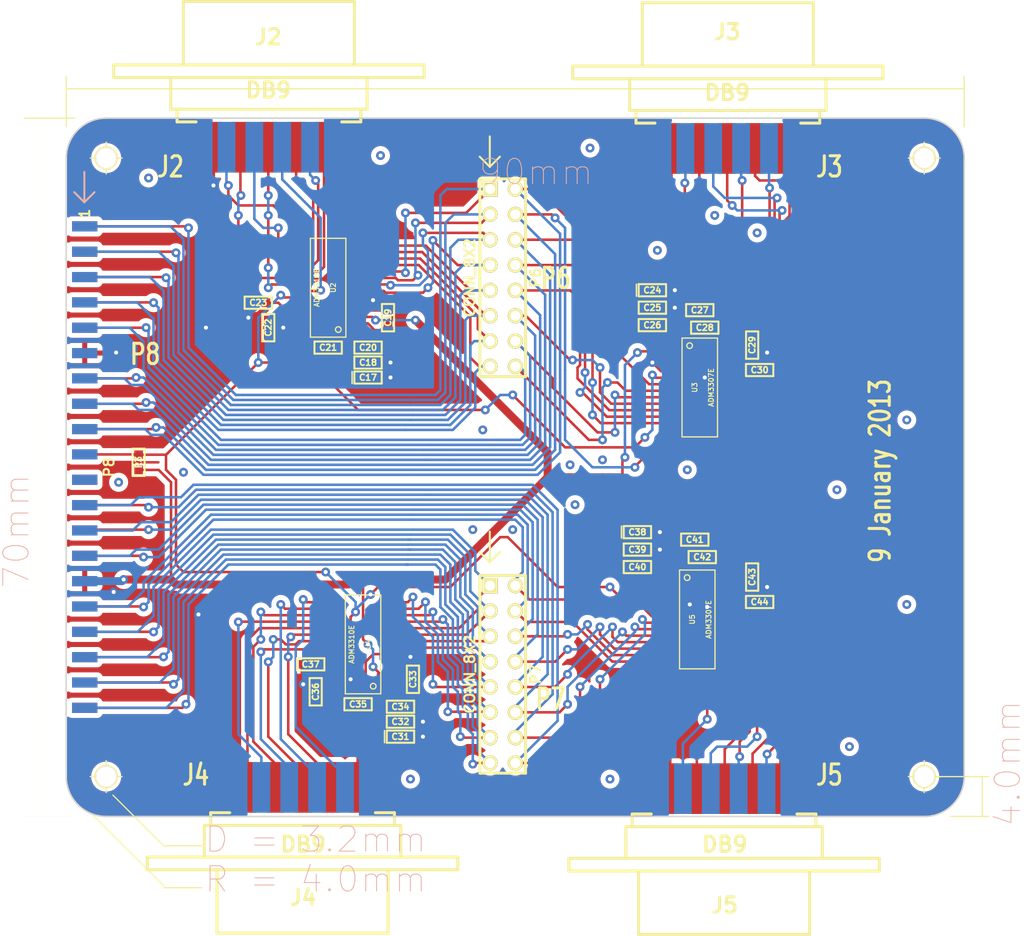
<source format=kicad_pcb>
(kicad_pcb (version 20221018) (generator pcbnew)
  (layers (0 "F.Cu" signal) (31 "B.Cu" signal) (34 "B.Paste" user) (35 "F.Paste" user) (36 "B.SilkS" user) (37 "F.SilkS" user) (38 "B.Mask" user) (39 "F.Mask" user) (44 "Edge.Cuts" user))
  (net 0 "")
  (net 1 "+3.3V")
  (net 2 "/Pair A-B/CD-A-232")
  (net 3 "/Pair A-B/CD-B-232")
  (net 4 "/Pair A-B/CTS-A-232")
  (net 5 "/Pair A-B/CTS-B-232")
  (net 6 "/Pair A-B/DSR-A-232")
  (net 7 "/Pair A-B/DSR-B-232")
  (net 8 "/Pair A-B/DTR-A-232")
  (net 9 "/Pair A-B/DTR-B-232")
  (net 10 "/Pair A-B/RI-A-232")
  (net 11 "/Pair A-B/RI-B-232")
  (net 12 "/Pair A-B/RTS-A-232")
  (net 13 "/Pair A-B/RTS-B-232")
  (net 14 "/Pair A-B/RXD-A-232")
  (net 15 "/Pair A-B/RXD-B-232")
  (net 16 "/Pair A-B/TXD-A-232")
  (net 17 "/Pair A-B/TXD-B-232")
  (net 18 "/Pair C-D/CD-C-232")
  (net 19 "/Pair C-D/CD-D-232")
  (net 20 "/Pair C-D/CTS-C-232")
  (net 21 "/Pair C-D/CTS-D-232")
  (net 22 "/Pair C-D/DSR-C-232")
  (net 23 "/Pair C-D/DSR-D-232")
  (net 24 "/Pair C-D/DTR-C-232")
  (net 25 "/Pair C-D/DTR-D-232")
  (net 26 "/Pair C-D/RI-C-232")
  (net 27 "/Pair C-D/RI-D-232")
  (net 28 "/Pair C-D/RTS-C-232")
  (net 29 "/Pair C-D/RTS-D-232")
  (net 30 "/Pair C-D/RXD-C-232")
  (net 31 "/Pair C-D/RXD-D-232")
  (net 32 "/Pair C-D/TXD-C-232")
  (net 33 "/Pair C-D/TXD-D-232")
  (net 34 "CD-A-TTL")
  (net 35 "CD-B-TTL")
  (net 36 "CD-C-TTL")
  (net 37 "CD-D-TTL")
  (net 38 "CTS-A-TTL")
  (net 39 "CTS-B-TTL")
  (net 40 "CTS-C-TTL")
  (net 41 "CTS-D-TTL")
  (net 42 "DSR-A-TTL")
  (net 43 "DSR-B-TTL")
  (net 44 "DSR-C-TTL")
  (net 45 "DSR-D-TTL")
  (net 46 "DTR-A-TTL")
  (net 47 "DTR-B-TTL")
  (net 48 "DTR-C-TTL")
  (net 49 "DTR-D-TTL")
  (net 50 "GND")
  (net 51 "N-00000100")
  (net 52 "N-00000101")
  (net 53 "N-00000102")
  (net 54 "N-00000103")
  (net 55 "N-0000055")
  (net 56 "N-0000057")
  (net 57 "N-0000058")
  (net 58 "N-0000059")
  (net 59 "N-0000060")
  (net 60 "N-0000061")
  (net 61 "N-0000062")
  (net 62 "N-0000063")
  (net 63 "N-0000064")
  (net 64 "N-0000065")
  (net 65 "N-0000066")
  (net 66 "N-0000067")
  (net 67 "N-0000068")
  (net 68 "N-0000069")
  (net 69 "N-0000070")
  (net 70 "N-0000071")
  (net 71 "N-0000072")
  (net 72 "N-0000073")
  (net 73 "N-0000074")
  (net 74 "N-0000075")
  (net 75 "N-0000076")
  (net 76 "N-0000077")
  (net 77 "N-0000078")
  (net 78 "N-0000079")
  (net 79 "N-0000080")
  (net 80 "N-0000081")
  (net 81 "N-0000098")
  (net 82 "N-0000099")
  (net 83 "RI-A-TTL")
  (net 84 "RI-B-TTL")
  (net 85 "RI-C-TTL")
  (net 86 "RI-D-TTL")
  (net 87 "RTS-A-TTL")
  (net 88 "RTS-B-TTL")
  (net 89 "RTS-C-TTL")
  (net 90 "RTS-D-TTL")
  (net 91 "RXD-A-TTL")
  (net 92 "RXD-B-TTL")
  (net 93 "RXD-C-TTL")
  (net 94 "RXD-D-TTL")
  (net 95 "SD-ALL-TTL")
  (net 96 "TXD-A-TTL")
  (net 97 "TXD-B-TTL")
  (net 98 "TXD-C-TTL")
  (net 99 "TXD-D-TTL")
  (footprint "tssop-28" (layer "F.Cu") (at 129.25 78 -90)
    (fp_text reference "U3")
    (fp_text value "ADM3307E")
  )
  (footprint "tssop-28" (layer "F.Cu") (at 92 68 90)
    (fp_text reference "U2")
    (fp_text value "ADM3310E")
  )
  (footprint "tssop-28" (layer "F.Cu") (at 129 101.25 -90)
    (fp_text reference "U5")
    (fp_text value "ADM3307E")
  )
  (footprint "tssop-28" (layer "F.Cu") (at 95.5 103.75 90)
    (fp_text reference "U4")
    (fp_text value "ADM3310E")
  )
  (footprint "pin_array_8x2" (layer "F.Cu") (at 109.5 67 -90)
    (fp_text reference "P6")
    (fp_text value "CONN_8X2")
  )
  (footprint "pin_array_8x2" (layer "F.Cu") (at 109.5 106.75 -90)
    (fp_text reference "P7")
    (fp_text value "CONN_8X2")
  )
  (footprint "GSG-HEADER-2x20-EDGE" (layer "F.Cu") (at 67.5 86 -90)
    (fp_text reference "P8")
    (fp_text value "CONN_20X2" hide)
  )
  (footprint "GSG-0603P" (layer "F.Cu") (at 123 92.5)
    (fp_text reference "C38")
    (fp_text value "T10uF" hide)
  )
  (footprint "GSG-0603P" (layer "F.Cu") (at 96 77)
    (fp_text reference "C17")
    (fp_text value "T10uF" hide)
  )
  (footprint "GSG-0603P" (layer "F.Cu") (at 124.5 68.25)
    (fp_text reference "C24")
    (fp_text value "T10uF" hide)
  )
  (footprint "GSG-0603P" (layer "F.Cu") (at 99.25 113)
    (fp_text reference "C31")
    (fp_text value "T10uF" hide)
  )
  (footprint "GSG-0603" (layer "F.Cu") (at 99.25 110 180)
    (fp_text reference "C34")
    (fp_text value "0.1uF" hide)
  )
  (footprint "GSG-0603" (layer "F.Cu") (at 129.25 70.25 180)
    (fp_text reference "C27")
    (fp_text value "0.1uF" hide)
  )
  (footprint "GSG-0603" (layer "F.Cu") (at 124.5 71.75)
    (fp_text reference "C26")
    (fp_text value "0.1uF" hide)
  )
  (footprint "GSG-0603" (layer "F.Cu") (at 124.5 70)
    (fp_text reference "C25")
    (fp_text value "0.1uF" hide)
  )
  (footprint "GSG-0603" (layer "F.Cu") (at 95 109.75 180)
    (fp_text reference "C35")
    (fp_text value "0.1uF" hide)
  )
  (footprint "GSG-0603" (layer "F.Cu") (at 99.25 111.5)
    (fp_text reference "C32")
    (fp_text value "0.1uF" hide)
  )
  (footprint "GSG-0603" (layer "F.Cu") (at 129.75 72 180)
    (fp_text reference "C28")
    (fp_text value "0.1uF" hide)
  )
  (footprint "GSG-0603" (layer "F.Cu") (at 100.5 107.25 90)
    (fp_text reference "C33")
    (fp_text value "0.1uF" hide)
  )
  (footprint "GSG-0603" (layer "F.Cu") (at 90.25 105.75 180)
    (fp_text reference "C37")
    (fp_text value "0.1uF" hide)
  )
  (footprint "GSG-0603" (layer "F.Cu") (at 90.75 108.5 -90)
    (fp_text reference "C36")
    (fp_text value "0.1uF" hide)
  )
  (footprint "GSG-0603" (layer "F.Cu") (at 135.25 99.5 180)
    (fp_text reference "C44")
    (fp_text value "0.1uF" hide)
  )
  (footprint "GSG-0603" (layer "F.Cu") (at 134.5 97 -90)
    (fp_text reference "C43")
    (fp_text value "0.1uF" hide)
  )
  (footprint "GSG-0603" (layer "F.Cu") (at 128.75 93.25 180)
    (fp_text reference "C41")
    (fp_text value "0.1uF" hide)
  )
  (footprint "GSG-0603" (layer "F.Cu") (at 129.5 95 180)
    (fp_text reference "C42")
    (fp_text value "0.1uF" hide)
  )
  (footprint "GSG-0603" (layer "F.Cu") (at 123 96)
    (fp_text reference "C40")
    (fp_text value "0.1uF" hide)
  )
  (footprint "GSG-0603" (layer "F.Cu") (at 123 94.25)
    (fp_text reference "C39")
    (fp_text value "0.1uF" hide)
  )
  (footprint "GSG-0603" (layer "F.Cu") (at 73 85.5 -90)
    (fp_text reference "R3")
    (fp_text value "10K" hide)
  )
  (footprint "GSG-0603" (layer "F.Cu") (at 134.5 73.75 -90)
    (fp_text reference "C29")
    (fp_text value "0.1uF" hide)
  )
  (footprint "GSG-0603" (layer "F.Cu") (at 92 74 180)
    (fp_text reference "C21")
    (fp_text value "0.1uF" hide)
  )
  (footprint "GSG-0603" (layer "F.Cu") (at 96 75.5)
    (fp_text reference "C18")
    (fp_text value "0.1uF" hide)
  )
  (footprint "GSG-0603" (layer "F.Cu") (at 96 74 180)
    (fp_text reference "C20")
    (fp_text value "0.1uF" hide)
  )
  (footprint "GSG-0603" (layer "F.Cu") (at 98 71 90)
    (fp_text reference "C19")
    (fp_text value "0.1uF" hide)
  )
  (footprint "GSG-0603" (layer "F.Cu") (at 85 69.5 180)
    (fp_text reference "C23")
    (fp_text value "0.1uF" hide)
  )
  (footprint "GSG-0603" (layer "F.Cu") (at 86 72 -90)
    (fp_text reference "C22")
    (fp_text value "0.1uF" hide)
  )
  (footprint "GSG-0603" (layer "F.Cu") (at 135.25 76.25 180)
    (fp_text reference "C30")
    (fp_text value "0.1uF" hide)
  )
  (footprint "DB9M_CI" (layer "F.Cu") (at 89.5 120.75 180)
    (fp_text reference "J4")
    (fp_text value "DB9")
  )
  (footprint "DB9F_CI" (layer "F.Cu") (at 131.75 120.75 180)
    (fp_text reference "J5")
    (fp_text value "DB9")
  )
  (footprint "DB9M_CI" (layer "F.Cu") (at 86 51.25)
    (fp_text reference "J2")
    (fp_text value "DB9")
  )
  (footprint "DB9F_CI" (layer "F.Cu") (at 132 51.5)
    (fp_text reference "J3")
    (fp_text value "DB9")
  )
  (footprint "dp_devices-PCB7X9" (layer "F.Cu") (at 65.75 121)
    (fp_text reference "70mm")
    (fp_text value "90mm")
  )
  (gr_line (start 67.564 59.436) (end 67.564 56.388) (stroke (width 0.2)) (layer "B.SilkS"))
  (gr_line (start 67.564 59.436) (end 66.548 58.42) (stroke (width 0.2)) (layer "B.SilkS"))
  (gr_line (start 67.564 59.436) (end 68.58 58.42) (stroke (width 0.2)) (layer "B.SilkS"))
  (gr_line (start 108.204 95.504) (end 109.22 94.488) (stroke (width 0.2)) (layer "F.SilkS"))
  (gr_line (start 108.204 95.504) (end 108.204 92.456) (stroke (width 0.2)) (layer "F.SilkS"))
  (gr_line (start 108.204 95.504) (end 107.188 94.488) (stroke (width 0.2)) (layer "F.SilkS"))
  (gr_line (start 108.204 55.88) (end 107.188 54.864) (stroke (width 0.2)) (layer "F.SilkS"))
  (gr_line (start 108.204 55.88) (end 108.204 52.832) (stroke (width 0.2)) (layer "F.SilkS"))
  (gr_line (start 108.204 55.88) (end 109.22 54.864) (stroke (width 0.2)) (layer "F.SilkS"))
  (gr_arc (start 152 51) (mid 154.755204 52.34835) (end 155.75 55.25) (stroke (width 0.15)) (layer "Edge.Cuts"))
  (gr_line (start 69.5 51) (end 152 51) (stroke (width 0.15)) (layer "Edge.Cuts"))
  (gr_line (start 65.75 117) (end 65.75 55) (stroke (width 0.15)) (layer "Edge.Cuts"))
  (gr_line (start 155.75 55) (end 155.75 117) (stroke (width 0.15)) (layer "Edge.Cuts"))
  (gr_arc (start 155.75 116.75) (mid 154.755204 119.65165) (end 152 121) (stroke (width 0.15)) (layer "Edge.Cuts"))
  (gr_arc (start 65.75 55) (mid 66.921573 52.171573) (end 69.75 51) (stroke (width 0.15)) (layer "Edge.Cuts"))
  (gr_line (start 152 121) (end 69.75 121) (stroke (width 0.15)) (layer "Edge.Cuts"))
  (gr_arc (start 69.75 121) (mid 66.921573 119.828427) (end 65.75 117) (stroke (width 0.15)) (layer "Edge.Cuts"))
  (gr_text "J4" (at 78.74 116.84) (layer "F.SilkS") (effects (font (size 2.032 1.524) (thickness 0.3048))))
  (gr_text "P7" (at 114.3 109.22) (layer "F.SilkS") (effects (font (size 2.032 1.524) (thickness 0.3048))))
  (gr_text "9 January 2013" (at 147.32 86.36 90) (layer "F.SilkS") (effects (font (size 2.032 1.524) (thickness 0.3048))))
  (gr_text "P6" (at 114.808 67.056) (layer "F.SilkS") (effects (font (size 2.032 1.524) (thickness 0.3048))))
  (gr_text "J5" (at 142.24 116.84) (layer "F.SilkS") (effects (font (size 2.032 1.524) (thickness 0.3048))))
  (gr_text "P8" (at 73.66 74.676) (layer "F.SilkS") (effects (font (size 2.032 1.524) (thickness 0.3048))))
  (gr_text "J3" (at 142.24 55.88) (layer "F.SilkS") (effects (font (size 2.032 1.524) (thickness 0.3048))))
  (gr_text "J2" (at 76.2 55.88) (layer "F.SilkS") (effects (font (size 2.032 1.524) (thickness 0.3048))))
  (segment (start 110.75 92.25) (end 110.5 92.25) (width 0.254) (layer "F.Cu") (net 0))
  (via (at 130.75 60.75) (size 0.889) (drill 0.4064) (layers "F.Cu" "B.Cu") (net 0))
  (via (at 97.25 54.75) (size 0.889) (drill 0.4064) (layers "F.Cu" "B.Cu") (net 0))
  (via (at 107.5 82.25) (size 0.889) (drill 0.4064) (layers "F.Cu" "B.Cu") (net 0))
  (via (at 116.75 89.75) (size 0.889) (drill 0.4064) (layers "F.Cu" "B.Cu") (net 0))
  (via (at 128 86.25) (size 0.889) (drill 0.4064) (layers "F.Cu" "B.Cu") (net 0))
  (via (at 143 88.25) (size 0.889) (drill 0.4064) (layers "F.Cu" "B.Cu") (net 0))
  (via (at 144.25 114) (size 0.889) (drill 0.4064) (layers "F.Cu" "B.Cu") (net 0))
  (via (at 125 64.25) (size 0.889) (drill 0.4064) (layers "F.Cu" "B.Cu") (net 0))
  (via (at 100.25 117.25) (size 0.889) (drill 0.4064) (layers "F.Cu" "B.Cu") (net 0))
  (via (at 120.25 117.25) (size 0.889) (drill 0.4064) (layers "F.Cu" "B.Cu") (net 0))
  (via (at 106.5 92.25) (size 0.889) (drill 0.4064) (layers "F.Cu" "B.Cu") (net 0))
  (via (at 71 87.5) (size 0.889) (drill 0.4064) (layers "F.Cu" "B.Cu") (net 0))
  (via (at 77.5 86.5) (size 0.889) (drill 0.4064) (layers "F.Cu" "B.Cu") (net 0))
  (via (at 74 57) (size 0.889) (drill 0.4064) (layers "F.Cu" "B.Cu") (net 0))
  (via (at 150 81.25) (size 0.889) (drill 0.4064) (layers "F.Cu" "B.Cu") (net 0))
  (via (at 119.5 85.25) (size 0.889) (drill 0.4064) (layers "F.Cu" "B.Cu") (net 0))
  (via (at 135 62.5) (size 0.889) (drill 0.4064) (layers "F.Cu" "B.Cu") (net 0))
  (via (at 116.25 85.75) (size 0.889) (drill 0.4064) (layers "F.Cu" "B.Cu") (net 0))
  (via (at 150 99.75) (size 0.889) (drill 0.4064) (layers "F.Cu" "B.Cu") (net 0))
  (via (at 118.25 54) (size 0.889) (drill 0.4064) (layers "F.Cu" "B.Cu") (net 0))
  (via (at 110.5 92.25) (size 0.889) (drill 0.4064) (layers "F.Cu" "B.Cu") (net 0))
  (segment (start 124.92622 74.42622) (end 124.875 74.375) (width 0.254) (layer "F.Cu") (net 1))
  (segment (start 123.738 73.238) (end 123.738 71.75) (width 0.254) (layer "F.Cu") (net 1))
  (segment (start 122.67622 97.67622) (end 122.375 97.375) (width 0.254) (layer "F.Cu") (net 1))
  (segment (start 122.238 97.238) (end 122.238 96) (width 0.254) (layer "F.Cu") (net 1))
  (segment (start 94.75 74) (end 93.25 72.5) (width 0.254) (layer "F.Cu") (net 1))
  (segment (start 93.25 72.5) (end 93.25 71.25) (width 0.254) (layer "F.Cu") (net 1))
  (segment (start 93.25 71.25) (end 93.57392 70.92608) (width 0.254) (layer "F.Cu") (net 1))
  (segment (start 93.57392 70.92608) (end 94.79908 70.92608) (width 0.254) (layer "F.Cu") (net 1))
  (segment (start 97.07392 106.67608) (end 97 106.75) (width 0.254) (layer "F.Cu") (net 1))
  (segment (start 97 106.75) (end 97 109.5) (width 0.254) (layer "F.Cu") (net 1))
  (segment (start 97 109.5) (end 97.5 110) (width 0.254) (layer "F.Cu") (net 1))
  (segment (start 97.5 110) (end 98.488 110) (width 0.254) (layer "F.Cu") (net 1))
  (segment (start 71.5 97.25) (end 76.25 97.25) (width 0.8) (layer "F.Cu") (net 1))
  (segment (start 95.5 103.25) (end 96 103.75) (width 0.254) (layer "F.Cu") (net 1))
  (segment (start 96.5 106) (end 97.17608 106.67608) (width 0.254) (layer "F.Cu") (net 1))
  (segment (start 97.17608 106.67608) (end 97.07392 106.67608) (width 0.254) (layer "F.Cu") (net 1))
  (segment (start 103.75 97.25) (end 114 87) (width 0.8) (layer "F.Cu") (net 1))
  (segment (start 114 87) (end 119.5 87) (width 0.8) (layer "F.Cu") (net 1))
  (segment (start 122.375 97.375) (end 122.238 97.238) (width 0.254) (layer "F.Cu") (net 1))
  (segment (start 121.125 97.375) (end 119.5 95.75) (width 0.254) (layer "F.Cu") (net 1))
  (segment (start 119.5 95.75) (end 119.5 87) (width 0.254) (layer "F.Cu") (net 1))
  (segment (start 119.5 87) (end 121.5 87) (width 0.8) (layer "F.Cu") (net 1))
  (segment (start 124.875 74.375) (end 123.738 73.238) (width 0.254) (layer "F.Cu") (net 1))
  (segment (start 123.125 74.375) (end 123 74.5) (width 0.254) (layer "F.Cu") (net 1))
  (segment (start 75.012 86.262) (end 76.25 87.5) (width 0.254) (layer "F.Cu") (net 1))
  (segment (start 76.25 87.5) (end 76.25 97.25) (width 0.254) (layer "F.Cu") (net 1))
  (segment (start 114 84.5) (end 100.75 71.25) (width 0.8) (layer "F.Cu") (net 1))
  (segment (start 96.75 71.25) (end 96.42608 70.92608) (width 0.254) (layer "F.Cu") (net 1))
  (segment (start 96.42608 70.92608) (end 94.79908 70.92608) (width 0.254) (layer "F.Cu") (net 1))
  (segment (start 121.75 85) (end 121.5 85.25) (width 0.254) (layer "F.Cu") (net 1))
  (segment (start 121.5 85.25) (end 121.5 87) (width 0.254) (layer "F.Cu") (net 1))
  (segment (start 76.75 97.75) (end 94 97.75) (width 0.8) (layer "F.Cu") (net 1))
  (segment (start 94 97.75) (end 94.5 97.25) (width 0.8) (layer "F.Cu") (net 1))
  (segment (start 94.5 97.25) (end 95.5 97.25) (width 0.8) (layer "F.Cu") (net 1))
  (segment (start 95.5 97.25) (end 103.75 97.25) (width 0.8) (layer "F.Cu") (net 1))
  (segment (start 123.738 68.25) (end 123.738 70) (width 0.254) (layer "F.Cu") (net 1))
  (segment (start 73 86.262) (end 75.012 86.262) (width 0.254) (layer "F.Cu") (net 1))
  (segment (start 126.45092 74.42622) (end 124.92622 74.42622) (width 0.254) (layer "F.Cu") (net 1))
  (segment (start 114 87) (end 114 84.5) (width 0.8) (layer "F.Cu") (net 1))
  (segment (start 123.125 74.375) (end 124.875 74.375) (width 0.254) (layer "F.Cu") (net 1))
  (segment (start 95.5 97.25) (end 95.5 103.25) (width 0.254) (layer "F.Cu") (net 1))
  (segment (start 98.488 111.5) (end 98.488 113) (width 0.254) (layer "F.Cu") (net 1))
  (segment (start 98.29908 106.67608) (end 97.17608 106.67608) (width 0.254) (layer "F.Cu") (net 1))
  (segment (start 95.238 74) (end 95.238 75.5) (width 0.254) (layer "F.Cu") (net 1))
  (segment (start 122.375 97.375) (end 121.125 97.375) (width 0.254) (layer "F.Cu") (net 1))
  (segment (start 122.238 96) (end 122.238 94.25) (width 0.254) (layer "F.Cu") (net 1))
  (segment (start 98.488 110) (end 98.488 111.5) (width 0.254) (layer "F.Cu") (net 1))
  (segment (start 123.738 71.75) (end 123.738 70) (width 0.254) (layer "F.Cu") (net 1))
  (segment (start 95.238 74) (end 94.75 74) (width 0.254) (layer "F.Cu") (net 1))
  (segment (start 122.238 94.25) (end 122.238 92.5) (width 0.254) (layer "F.Cu") (net 1))
  (segment (start 95.238 77) (end 95.238 75.5) (width 0.254) (layer "F.Cu") (net 1))
  (segment (start 126.20092 97.67622) (end 122.67622 97.67622) (width 0.254) (layer "F.Cu") (net 1))
  (segment (start 76.25 97.25) (end 76.75 97.75) (width 0.8) (layer "F.Cu") (net 1))
  (via (at 121.75 85) (size 0.889) (drill 0.4064) (layers "F.Cu" "B.Cu") (net 1))
  (via (at 96 103.75) (size 0.889) (drill 0.4064) (layers "F.Cu" "B.Cu") (net 1))
  (via (at 71.5 97.25) (size 0.889) (drill 0.4064) (layers "F.Cu" "B.Cu") (net 1))
  (via (at 96.5 106) (size 0.889) (drill 0.4064) (layers "F.Cu" "B.Cu") (net 1))
  (via (at 100.75 71.25) (size 0.889) (drill 0.4064) (layers "F.Cu" "B.Cu") (net 1))
  (via (at 96.75 71.25) (size 0.889) (drill 0.4064) (layers "F.Cu" "B.Cu") (net 1))
  (via (at 123 74.5) (size 0.889) (drill 0.4064) (layers "F.Cu" "B.Cu") (net 1))
  (segment (start 71.34 97.41) (end 71.5 97.25) (width 0.8) (layer "B.Cu") (net 1))
  (segment (start 96 103.75) (end 96.5 104.25) (width 0.254) (layer "B.Cu") (net 1))
  (segment (start 96.5 104.25) (end 96.5 106) (width 0.254) (layer "B.Cu") (net 1))
  (segment (start 123 74.5) (end 121.75 75.75) (width 0.254) (layer "B.Cu") (net 1))
  (segment (start 121.75 75.75) (end 121.75 83.25) (width 0.254) (layer "B.Cu") (net 1))
  (segment (start 100.75 71.25) (end 96.75 71.25) (width 0.254) (layer "B.Cu") (net 1))
  (segment (start 121.75 83.25) (end 121.75 85) (width 0.254) (layer "B.Cu") (net 1))
  (segment (start 67.6 97.41) (end 71.34 97.41) (width 0.8) (layer "B.Cu") (net 1))
  (segment (start 91.588 65.912) (end 91.1256 66.3744) (width 0.254) (layer "F.Cu") (net 2))
  (segment (start 91.1256 66.3744) (end 89.20092 66.3744) (width 0.254) (layer "F.Cu") (net 2))
  (segment (start 91.588 53.917) (end 91.588 65.912) (width 0.254) (layer "F.Cu") (net 2))
  (segment (start 136.57512 77.67488) (end 137.25 77) (width 0.254) (layer "F.Cu") (net 3))
  (segment (start 137.25 77) (end 137.25 72) (width 0.254) (layer "F.Cu") (net 3))
  (segment (start 137.25 70.5) (end 126.412 59.662) (width 0.254) (layer "F.Cu") (net 3))
  (segment (start 126.412 59.662) (end 126.412 54.04) (width 0.254) (layer "F.Cu") (net 3))
  (segment (start 137.25 72) (end 137.25 71) (width 0.254) (layer "F.Cu") (net 3))
  (segment (start 132.04908 77.67488) (end 136.57512 77.67488) (width 0.254) (layer "F.Cu") (net 3))
  (segment (start 137.25 71) (end 137.25 70.5) (width 0.254) (layer "F.Cu") (net 3))
  (segment (start 87.42622 64.42622) (end 87 64) (width 0.254) (layer "F.Cu") (net 4))
  (segment (start 87 64) (end 87 62) (width 0.254) (layer "F.Cu") (net 4))
  (segment (start 89.20092 64.42622) (end 87.42622 64.42622) (width 0.254) (layer "F.Cu") (net 4))
  (via (at 87 62) (size 0.889) (drill 0.4064) (layers "F.Cu" "B.Cu") (net 4))
  (segment (start 87 62) (end 85.5 62) (width 0.254) (layer "B.Cu") (net 4))
  (segment (start 85.5 62) (end 84.603 61.103) (width 0.254) (layer "B.Cu") (net 4))
  (segment (start 84.603 61.103) (end 84.603 53.917) (width 0.254) (layer "B.Cu") (net 4))
  (segment (start 136.8744 79.6256) (end 138.75 77.75) (width 0.254) (layer "F.Cu") (net 5))
  (segment (start 138.75 77.75) (end 138.75 69.5) (width 0.254) (layer "F.Cu") (net 5))
  (segment (start 138.75 69.5) (end 133.5 64.25) (width 0.254) (layer "F.Cu") (net 5))
  (segment (start 133.5 64.25) (end 133.5 57.25) (width 0.254) (layer "F.Cu") (net 5))
  (segment (start 132.04908 79.6256) (end 136.8744 79.6256) (width 0.254) (layer "F.Cu") (net 5))
  (via (at 133.5 57.25) (size 0.889) (drill 0.4064) (layers "F.Cu" "B.Cu") (net 5))
  (segment (start 133.5 57.25) (end 133.397 57.147) (width 0.254) (layer "B.Cu") (net 5))
  (segment (start 133.397 57.147) (end 133.397 54.04) (width 0.254) (layer "B.Cu") (net 5))
  (segment (start 90.75 57.25) (end 91 57.5) (width 0.254) (layer "F.Cu") (net 6))
  (segment (start 91 57.5) (end 91 65.25) (width 0.254) (layer "F.Cu") (net 6))
  (segment (start 91 65.25) (end 90.52584 65.72416) (width 0.254) (layer "F.Cu") (net 6))
  (segment (start 90.52584 65.72416) (end 89.20092 65.72416) (width 0.254) (layer "F.Cu") (net 6))
  (via (at 90.75 57.25) (size 0.889) (drill 0.4064) (layers "F.Cu" "B.Cu") (net 6))
  (segment (start 90.191 56.691) (end 90.75 57.25) (width 0.254) (layer "B.Cu") (net 6))
  (segment (start 90.191 53.917) (end 90.191 56.691) (width 0.254) (layer "B.Cu") (net 6))
  (segment (start 136.67488 78.32512) (end 137.75 77.25) (width 0.254) (layer "F.Cu") (net 7))
  (segment (start 137.75 77.25) (end 137.75 70.25) (width 0.254) (layer "F.Cu") (net 7))
  (segment (start 137.75 70.25) (end 127.75 60.25) (width 0.254) (layer "F.Cu") (net 7))
  (segment (start 127.75 60.25) (end 127.75 57.5) (width 0.254) (layer "F.Cu") (net 7))
  (segment (start 132.04908 78.32512) (end 136.67488 78.32512) (width 0.254) (layer "F.Cu") (net 7))
  (via (at 127.75 57.5) (size 0.889) (drill 0.4064) (layers "F.Cu" "B.Cu") (net 7))
  (segment (start 127.75 57.5) (end 127.809 57.441) (width 0.254) (layer "B.Cu") (net 7))
  (segment (start 127.809 57.441) (end 127.809 54.04) (width 0.254) (layer "B.Cu") (net 7))
  (segment (start 83.206 58.706) (end 83.25 58.75) (width 0.254) (layer "F.Cu") (net 8))
  (segment (start 83 60.75) (end 83 65.75) (width 0.254) (layer "F.Cu") (net 8))
  (segment (start 83 65.75) (end 84.27464 67.02464) (width 0.254) (layer "F.Cu") (net 8))
  (segment (start 84.27464 67.02464) (end 89.20092 67.02464) (width 0.254) (layer "F.Cu") (net 8))
  (segment (start 83.206 53.917) (end 83.206 58.706) (width 0.254) (layer "F.Cu") (net 8))
  (via (at 83 60.75) (size 0.889) (drill 0.4064) (layers "F.Cu" "B.Cu") (net 8))
  (via (at 83.25 58.75) (size 0.889) (drill 0.4064) (layers "F.Cu" "B.Cu") (net 8))
  (segment (start 83.25 58.75) (end 83 59) (width 0.254) (layer "B.Cu") (net 8))
  (segment (start 83 59) (end 83 60.75) (width 0.254) (layer "B.Cu") (net 8))
  (segment (start 137.52598 82.22402) (end 141.75 78) (width 0.254) (layer "F.Cu") (net 9))
  (segment (start 141.75 78) (end 141.75 67.5) (width 0.254) (layer "F.Cu") (net 9))
  (segment (start 141.75 67.5) (end 137.75 63.5) (width 0.254) (layer "F.Cu") (net 9))
  (segment (start 137.75 63.5) (end 137.75 61.3) (width 0.254) (layer "F.Cu") (net 9))
  (segment (start 137.75 61.3) (end 138.25 60.8) (width 0.254) (layer "F.Cu") (net 9))
  (segment (start 138.25 60.8) (end 138.25 58.25) (width 0.254) (layer "F.Cu") (net 9))
  (segment (start 138.25 58.25) (end 137.25 57.25) (width 0.254) (layer "F.Cu") (net 9))
  (segment (start 137.25 57.25) (end 135.25 57.25) (width 0.254) (layer "F.Cu") (net 9))
  (segment (start 135.25 57.25) (end 134.794 56.794) (width 0.254) (layer "F.Cu") (net 9))
  (segment (start 134.794 56.794) (end 134.794 54.04) (width 0.254) (layer "F.Cu") (net 9))
  (segment (start 132.04908 82.22402) (end 137.52598 82.22402) (width 0.254) (layer "F.Cu") (net 9))
  (segment (start 89.20092 62.45092) (end 86.5 59.75) (width 0.254) (layer "F.Cu") (net 10))
  (segment (start 86.5 59.75) (end 83 59.75) (width 0.254) (layer "F.Cu") (net 10))
  (segment (start 83 59.75) (end 82 58.75) (width 0.254) (layer "F.Cu") (net 10))
  (segment (start 82 58.75) (end 82 57.75) (width 0.254) (layer "F.Cu") (net 10))
  (segment (start 89.20092 63.77598) (end 89.20092 62.45092) (width 0.254) (layer "F.Cu") (net 10))
  (via (at 82 57.75) (size 0.889) (drill 0.4064) (layers "F.Cu" "B.Cu") (net 10))
  (segment (start 82 57.75) (end 81.809 57.559) (width 0.254) (layer "B.Cu") (net 10))
  (segment (start 81.809 57.559) (end 81.809 53.917) (width 0.254) (layer "B.Cu") (net 10))
  (segment (start 137.22416 80.27584) (end 140.25 77.25) (width 0.254) (layer "F.Cu") (net 11))
  (segment (start 140.25 77.25) (end 140.25 68.25) (width 0.254) (layer "F.Cu") (net 11))
  (segment (start 140.25 68.25) (end 136.25 64.25) (width 0.254) (layer "F.Cu") (net 11))
  (segment (start 136.25 64.25) (end 136.25 58) (width 0.254) (layer "F.Cu") (net 11))
  (segment (start 132.04908 80.27584) (end 137.22416 80.27584) (width 0.254) (layer "F.Cu") (net 11))
  (via (at 136.25 58) (size 0.889) (drill 0.4064) (layers "F.Cu" "B.Cu") (net 11))
  (segment (start 136.25 58) (end 136.191 57.941) (width 0.254) (layer "B.Cu") (net 11))
  (segment (start 136.191 57.941) (end 136.191 54.04) (width 0.254) (layer "B.Cu") (net 11))
  (segment (start 91.25 68.25) (end 91.17488 68.32512) (width 0.254) (layer "F.Cu") (net 12))
  (segment (start 91.17488 68.32512) (end 89.20092 68.32512) (width 0.254) (layer "F.Cu") (net 12))
  (via (at 91.25 68.25) (size 0.889) (drill 0.4064) (layers "F.Cu" "B.Cu") (net 12))
  (segment (start 87.397 57.147) (end 91.25 61) (width 0.254) (layer "B.Cu") (net 12))
  (segment (start 91.25 61) (end 91.25 68.25) (width 0.254) (layer "B.Cu") (net 12))
  (segment (start 87.397 53.917) (end 87.397 57.147) (width 0.254) (layer "B.Cu") (net 12))
  (segment (start 137.32392 80.92608) (end 140.75 77.5) (width 0.254) (layer "F.Cu") (net 13))
  (segment (start 140.75 77.5) (end 140.75 68) (width 0.254) (layer "F.Cu") (net 13))
  (segment (start 140.75 68) (end 136.75 64) (width 0.254) (layer "F.Cu") (net 13))
  (segment (start 136.75 64) (end 136.75 59.25) (width 0.254) (layer "F.Cu") (net 13))
  (segment (start 136.75 59.25) (end 137 59) (width 0.254) (layer "F.Cu") (net 13))
  (segment (start 132.04908 80.92608) (end 137.32392 80.92608) (width 0.254) (layer "F.Cu") (net 13))
  (via (at 137 59) (size 0.889) (drill 0.4064) (layers "F.Cu" "B.Cu") (net 13))
  (segment (start 137 59) (end 131.75 59) (width 0.254) (layer "B.Cu") (net 13))
  (segment (start 131.75 59) (end 130.603 57.853) (width 0.254) (layer "B.Cu") (net 13))
  (segment (start 130.603 57.853) (end 130.603 54.04) (width 0.254) (layer "B.Cu") (net 13))
  (segment (start 88.794 57.044) (end 90.5 58.75) (width 0.254) (layer "F.Cu") (net 14))
  (segment (start 90.5 58.75) (end 90.5 64.75) (width 0.254) (layer "F.Cu") (net 14))
  (segment (start 90.5 64.75) (end 90.17608 65.07392) (width 0.254) (layer "F.Cu") (net 14))
  (segment (start 90.17608 65.07392) (end 89.20092 65.07392) (width 0.254) (layer "F.Cu") (net 14))
  (segment (start 88.794 53.917) (end 88.794 57.044) (width 0.254) (layer "F.Cu") (net 14))
  (segment (start 129.206 60.956) (end 138.25 70) (width 0.254) (layer "F.Cu") (net 15))
  (segment (start 138.25 70) (end 138.25 77.5) (width 0.254) (layer "F.Cu") (net 15))
  (segment (start 138.25 77.5) (end 136.77464 78.97536) (width 0.254) (layer "F.Cu") (net 15))
  (segment (start 136.77464 78.97536) (end 132.04908 78.97536) (width 0.254) (layer "F.Cu") (net 15))
  (segment (start 129.206 54.04) (end 129.206 60.956) (width 0.254) (layer "F.Cu") (net 15))
  (segment (start 86 60.75) (end 86 66) (width 0.254) (layer "F.Cu") (net 16))
  (segment (start 86 68) (end 86.32512 67.67488) (width 0.254) (layer "F.Cu") (net 16))
  (segment (start 86.32512 67.67488) (end 89.20092 67.67488) (width 0.254) (layer "F.Cu") (net 16))
  (segment (start 86 53.917) (end 86 58.75) (width 0.254) (layer "F.Cu") (net 16))
  (via (at 86 60.75) (size 0.889) (drill 0.4064) (layers "F.Cu" "B.Cu") (net 16))
  (via (at 86 66) (size 0.889) (drill 0.4064) (layers "F.Cu" "B.Cu") (net 16))
  (via (at 86 58.75) (size 0.889) (drill 0.4064) (layers "F.Cu" "B.Cu") (net 16))
  (via (at 86 68) (size 0.889) (drill 0.4064) (layers "F.Cu" "B.Cu") (net 16))
  (segment (start 86 58.75) (end 86 60.75) (width 0.254) (layer "B.Cu") (net 16))
  (segment (start 86 66) (end 86 68) (width 0.254) (layer "B.Cu") (net 16))
  (segment (start 132 59.25) (end 132.5 59.75) (width 0.254) (layer "F.Cu") (net 17))
  (segment (start 137.42622 81.57378) (end 141.25 77.75) (width 0.254) (layer "F.Cu") (net 17))
  (segment (start 141.25 77.75) (end 141.25 67.75) (width 0.254) (layer "F.Cu") (net 17))
  (segment (start 141.25 67.75) (end 137.25 63.75) (width 0.254) (layer "F.Cu") (net 17))
  (segment (start 137.25 63.75) (end 137.25 60.5) (width 0.254) (layer "F.Cu") (net 17))
  (segment (start 137.25 60.5) (end 137.5 60.25) (width 0.254) (layer "F.Cu") (net 17))
  (segment (start 132 59.25) (end 132 54.04) (width 0.254) (layer "F.Cu") (net 17))
  (segment (start 132.04908 81.57378) (end 137.42622 81.57378) (width 0.254) (layer "F.Cu") (net 17))
  (via (at 137.5 60.25) (size 0.889) (drill 0.4064) (layers "F.Cu" "B.Cu") (net 17))
  (via (at 132.5 59.75) (size 0.889) (drill 0.4064) (layers "F.Cu" "B.Cu") (net 17))
  (segment (start 132.5 59.75) (end 133 60.25) (width 0.254) (layer "B.Cu") (net 17))
  (segment (start 133 60.25) (end 137.5 60.25) (width 0.254) (layer "B.Cu") (net 17))
  (segment (start 83.912 103.338) (end 85.1256 102.1244) (width 0.254) (layer "F.Cu") (net 18))
  (segment (start 85.1256 102.1244) (end 92.70092 102.1244) (width 0.254) (layer "F.Cu") (net 18))
  (segment (start 83.912 118.083) (end 83.912 103.338) (width 0.254) (layer "F.Cu") (net 18))
  (segment (start 137.338 101.588) (end 136.67488 100.92488) (width 0.254) (layer "F.Cu") (net 19))
  (segment (start 136.67488 100.92488) (end 131.79908 100.92488) (width 0.254) (layer "F.Cu") (net 19))
  (segment (start 137.338 118.21) (end 137.338 101.588) (width 0.254) (layer "F.Cu") (net 19))
  (segment (start 87.25 99.75) (end 87.67622 100.17622) (width 0.254) (layer "F.Cu") (net 20))
  (segment (start 87.67622 100.17622) (end 92.70092 100.17622) (width 0.254) (layer "F.Cu") (net 20))
  (via (at 87.25 99.75) (size 0.889) (drill 0.4064) (layers "F.Cu" "B.Cu") (net 20))
  (segment (start 90.897 116.897) (end 87.25 113.25) (width 0.254) (layer "B.Cu") (net 20))
  (segment (start 87.25 113.25) (end 87.25 99.75) (width 0.254) (layer "B.Cu") (net 20))
  (segment (start 90.897 118.083) (end 90.897 116.897) (width 0.254) (layer "B.Cu") (net 20))
  (segment (start 133.6256 102.8756) (end 135 104.25) (width 0.254) (layer "F.Cu") (net 21))
  (segment (start 135 104.25) (end 135 113) (width 0.254) (layer "F.Cu") (net 21))
  (segment (start 131.79908 102.8756) (end 133.6256 102.8756) (width 0.254) (layer "F.Cu") (net 21))
  (via (at 135 113) (size 0.889) (drill 0.4064) (layers "F.Cu" "B.Cu") (net 21))
  (segment (start 135 113) (end 134 114) (width 0.254) (layer "B.Cu") (net 21))
  (segment (start 134 114) (end 131 114) (width 0.254) (layer "B.Cu") (net 21))
  (segment (start 131 114) (end 130.353 114.647) (width 0.254) (layer "B.Cu") (net 21))
  (segment (start 130.353 114.647) (end 130.353 118.21) (width 0.254) (layer "B.Cu") (net 21))
  (segment (start 83.02584 101.47416) (end 92.70092 101.47416) (width 0.254) (layer "F.Cu") (net 22))
  (segment (start 83 101.5) (end 83.02584 101.47416) (width 0.254) (layer "F.Cu") (net 22))
  (via (at 83 101.5) (size 0.889) (drill 0.4064) (layers "F.Cu" "B.Cu") (net 22))
  (segment (start 85.309 115.059) (end 84.5 114.25) (width 0.254) (layer "B.Cu") (net 22))
  (segment (start 83 112.75) (end 83 101.5) (width 0.254) (layer "B.Cu") (net 22))
  (segment (start 84.5 114.25) (end 83 112.75) (width 0.254) (layer "B.Cu") (net 22))
  (segment (start 85.309 118.083) (end 85.309 115.059) (width 0.254) (layer "B.Cu") (net 22))
  (segment (start 136 114.75) (end 136.75 114) (width 0.254) (layer "F.Cu") (net 23))
  (segment (start 136.75 114) (end 136.75 102.5) (width 0.254) (layer "F.Cu") (net 23))
  (segment (start 136.75 102.5) (end 135.82512 101.57512) (width 0.254) (layer "F.Cu") (net 23))
  (segment (start 135.82512 101.57512) (end 131.79908 101.57512) (width 0.254) (layer "F.Cu") (net 23))
  (via (at 136 114.75) (size 0.889) (drill 0.4064) (layers "F.Cu" "B.Cu") (net 23))
  (segment (start 135.941 114.809) (end 136 114.75) (width 0.254) (layer "B.Cu") (net 23))
  (segment (start 135.941 118.21) (end 135.941 114.809) (width 0.254) (layer "B.Cu") (net 23))
  (segment (start 92.294 117.044) (end 88 112.75) (width 0.254) (layer "F.Cu") (net 24))
  (segment (start 88 112.75) (end 88 105) (width 0.254) (layer "F.Cu") (net 24))
  (segment (start 88.25 103) (end 88.47536 102.77464) (width 0.254) (layer "F.Cu") (net 24))
  (segment (start 88.47536 102.77464) (end 92.70092 102.77464) (width 0.254) (layer "F.Cu") (net 24))
  (segment (start 92.294 118.083) (end 92.294 117.044) (width 0.254) (layer "F.Cu") (net 24))
  (via (at 88.25 103) (size 0.889) (drill 0.4064) (layers "F.Cu" "B.Cu") (net 24))
  (via (at 88 105) (size 0.889) (drill 0.4064) (layers "F.Cu" "B.Cu") (net 24))
  (segment (start 88 103.25) (end 88.25 103) (width 0.254) (layer "B.Cu") (net 24))
  (segment (start 88 105) (end 88 103.25) (width 0.254) (layer "B.Cu") (net 24))
  (segment (start 131.79908 111.45092) (end 128.956 114.294) (width 0.254) (layer "F.Cu") (net 25))
  (segment (start 128.956 114.294) (end 128.956 118.21) (width 0.254) (layer "F.Cu") (net 25))
  (segment (start 131.79908 105.47402) (end 131.79908 111.45092) (width 0.254) (layer "F.Cu") (net 25))
  (segment (start 89.5 99.25) (end 89.77598 99.52598) (width 0.254) (layer "F.Cu") (net 26))
  (segment (start 89.77598 99.52598) (end 92.70092 99.52598) (width 0.254) (layer "F.Cu") (net 26))
  (via (at 89.5 99.25) (size 0.889) (drill 0.4064) (layers "F.Cu" "B.Cu") (net 26))
  (segment (start 93.691 116.941) (end 88.75 112) (width 0.254) (layer "B.Cu") (net 26))
  (segment (start 88.75 112) (end 88.75 104) (width 0.254) (layer "B.Cu") (net 26))
  (segment (start 88.75 104) (end 89.5 103.25) (width 0.254) (layer "B.Cu") (net 26))
  (segment (start 89.5 103.25) (end 89.5 99.25) (width 0.254) (layer "B.Cu") (net 26))
  (segment (start 93.691 118.083) (end 93.691 116.941) (width 0.254) (layer "B.Cu") (net 26))
  (segment (start 130.47416 103.52584) (end 130 104) (width 0.254) (layer "F.Cu") (net 27))
  (segment (start 130 104) (end 130 111.25) (width 0.254) (layer "F.Cu") (net 27))
  (segment (start 131.79908 103.52584) (end 130.47416 103.52584) (width 0.254) (layer "F.Cu") (net 27))
  (via (at 130 111.25) (size 0.889) (drill 0.4064) (layers "F.Cu" "B.Cu") (net 27))
  (segment (start 130 111.25) (end 127.559 113.691) (width 0.254) (layer "B.Cu") (net 27))
  (segment (start 127.559 113.691) (end 127.559 118.21) (width 0.254) (layer "B.Cu") (net 27))
  (segment (start 85.5 104.25) (end 91.25 104.25) (width 0.254) (layer "F.Cu") (net 28))
  (segment (start 91.25 104.25) (end 91.42488 104.07512) (width 0.254) (layer "F.Cu") (net 28))
  (segment (start 91.42488 104.07512) (end 92.70092 104.07512) (width 0.254) (layer "F.Cu") (net 28))
  (segment (start 85.25 104.5) (end 85.5 104.25) (width 0.254) (layer "F.Cu") (net 28))
  (via (at 85.25 104.5) (size 0.889) (drill 0.4064) (layers "F.Cu" "B.Cu") (net 28))
  (segment (start 88.103 116.103) (end 85.25 113.25) (width 0.254) (layer "B.Cu") (net 28))
  (segment (start 85.25 113.25) (end 85.25 104.5) (width 0.254) (layer "B.Cu") (net 28))
  (segment (start 88.103 118.083) (end 88.103 116.103) (width 0.254) (layer "B.Cu") (net 28))
  (segment (start 133.67608 104.17608) (end 134.25 104.75) (width 0.254) (layer "F.Cu") (net 29))
  (segment (start 134.25 104.75) (end 134.25 112.5) (width 0.254) (layer "F.Cu") (net 29))
  (segment (start 134.25 112.5) (end 133.25 113.5) (width 0.254) (layer "F.Cu") (net 29))
  (segment (start 133.25 113.5) (end 133.25 115) (width 0.254) (layer "F.Cu") (net 29))
  (segment (start 131.79908 104.17608) (end 133.67608 104.17608) (width 0.254) (layer "F.Cu") (net 29))
  (via (at 133.25 115) (size 0.889) (drill 0.4064) (layers "F.Cu" "B.Cu") (net 29))
  (segment (start 133.25 115) (end 133.147 115.103) (width 0.254) (layer "B.Cu") (net 29))
  (segment (start 133.147 115.103) (end 133.147 118.21) (width 0.254) (layer "B.Cu") (net 29))
  (segment (start 86.706 115.706) (end 84.75 113.75) (width 0.254) (layer "F.Cu") (net 30))
  (segment (start 84.5 113.5) (end 84.5 104) (width 0.254) (layer "F.Cu") (net 30))
  (segment (start 84.5 104) (end 85.25 103.25) (width 0.254) (layer "F.Cu") (net 30))
  (segment (start 85.25 100.5) (end 85.57392 100.82392) (width 0.254) (layer "F.Cu") (net 30))
  (segment (start 85.57392 100.82392) (end 92.70092 100.82392) (width 0.254) (layer "F.Cu") (net 30))
  (segment (start 84.75 113.75) (end 84.5 113.5) (width 0.254) (layer "F.Cu") (net 30))
  (segment (start 86.706 118.083) (end 86.706 115.706) (width 0.254) (layer "F.Cu") (net 30))
  (via (at 85.25 100.5) (size 0.889) (drill 0.4064) (layers "F.Cu" "B.Cu") (net 30))
  (via (at 85.25 103.25) (size 0.889) (drill 0.4064) (layers "F.Cu" "B.Cu") (net 30))
  (segment (start 85.25 103.25) (end 85.25 100.5) (width 0.254) (layer "B.Cu") (net 30))
  (segment (start 135.72536 102.22536) (end 136.25 102.75) (width 0.254) (layer "F.Cu") (net 31))
  (segment (start 136.25 102.75) (end 136.25 113) (width 0.254) (layer "F.Cu") (net 31))
  (segment (start 136.25 113) (end 134.544 114.706) (width 0.254) (layer "F.Cu") (net 31))
  (segment (start 134.544 114.706) (end 134.544 118.21) (width 0.254) (layer "F.Cu") (net 31))
  (segment (start 131.79908 102.22536) (end 135.72536 102.22536) (width 0.254) (layer "F.Cu") (net 31))
  (segment (start 89.5 116.5) (end 86 113) (width 0.254) (layer "F.Cu") (net 32))
  (segment (start 86 113) (end 86 105.5) (width 0.254) (layer "F.Cu") (net 32))
  (segment (start 87.25 103.25) (end 87.75 103.75) (width 0.254) (layer "F.Cu") (net 32))
  (segment (start 87.75 103.75) (end 88.75 103.75) (width 0.254) (layer "F.Cu") (net 32))
  (segment (start 88.75 103.75) (end 89.07512 103.42488) (width 0.254) (layer "F.Cu") (net 32))
  (segment (start 89.07512 103.42488) (end 92.70092 103.42488) (width 0.254) (layer "F.Cu") (net 32))
  (segment (start 86.5 103.25) (end 87.25 103.25) (width 0.254) (layer "F.Cu") (net 32))
  (segment (start 89.5 118.083) (end 89.5 116.5) (width 0.254) (layer "F.Cu") (net 32))
  (via (at 86.5 103.25) (size 0.889) (drill 0.4064) (layers "F.Cu" "B.Cu") (net 32))
  (via (at 86 105.5) (size 0.889) (drill 0.4064) (layers "F.Cu" "B.Cu") (net 32))
  (segment (start 86 105.5) (end 86.5 105) (width 0.254) (layer "B.Cu") (net 32))
  (segment (start 86.5 105) (end 86.5 103.25) (width 0.254) (layer "B.Cu") (net 32))
  (segment (start 133.32378 104.82378) (end 133.75 105.25) (width 0.254) (layer "F.Cu") (net 33))
  (segment (start 133.75 105.25) (end 133.75 112.25) (width 0.254) (layer "F.Cu") (net 33))
  (segment (start 133.75 112.25) (end 131.75 114.25) (width 0.254) (layer "F.Cu") (net 33))
  (segment (start 131.75 114.25) (end 131.75 118.21) (width 0.254) (layer "F.Cu") (net 33))
  (segment (start 131.79908 104.82378) (end 133.32378 104.82378) (width 0.254) (layer "F.Cu") (net 33))
  (segment (start 99.6244 66.3744) (end 99.75 66.5) (width 0.254) (layer "F.Cu") (net 34))
  (segment (start 99.75 60.5) (end 105.84 60.5) (width 0.254) (layer "F.Cu") (net 34))
  (segment (start 105.84 60.5) (end 108.23 58.11) (width 0.254) (layer "F.Cu") (net 34))
  (segment (start 78 62) (end 77.85 61.85) (width 0.254) (layer "F.Cu") (net 34))
  (segment (start 77.85 61.85) (end 67.6 61.85) (width 0.254) (layer "F.Cu") (net 34))
  (segment (start 94.79908 66.3744) (end 99.6244 66.3744) (width 0.254) (layer "F.Cu") (net 34))
  (via (at 99.75 60.5) (size 0.889) (drill 0.4064) (layers "F.Cu" "B.Cu") (net 34))
  (via (at 99.75 66.5) (size 0.889) (drill 0.4064) (layers "F.Cu" "B.Cu") (net 34))
  (via (at 78 62) (size 0.889) (drill 0.4064) (layers "F.Cu" "B.Cu") (net 34))
  (segment (start 103.89 58.11) (end 103.25 58.75) (width 0.254) (layer "B.Cu") (net 34))
  (segment (start 103.25 58.75) (end 103.25 78.25) (width 0.254) (layer "B.Cu") (net 34))
  (segment (start 103.25 78.25) (end 102.75 78.75) (width 0.254) (layer "B.Cu") (net 34))
  (segment (start 82.75 78.75) (end 78 74) (width 0.254) (layer "B.Cu") (net 34))
  (segment (start 78 74) (end 78 64) (width 0.254) (layer "B.Cu") (net 34))
  (segment (start 78 64) (end 78 62) (width 0.254) (layer "B.Cu") (net 34))
  (segment (start 83.5 78.75) (end 102.75 78.75) (width 0.254) (layer "B.Cu") (net 34))
  (segment (start 99.75 66.5) (end 99.75 60.5) (width 0.254) (layer "B.Cu") (net 34))
  (segment (start 83.5 78.75) (end 82.75 78.75) (width 0.254) (layer "B.Cu") (net 34))
  (segment (start 108.23 58.11) (end 103.89 58.11) (width 0.254) (layer "B.Cu") (net 34))
  (segment (start 124.17488 77.67488) (end 120.5 74) (width 0.254) (layer "F.Cu") (net 35))
  (segment (start 120.5 74) (end 120.5 65.5) (width 0.254) (layer "F.Cu") (net 35))
  (segment (start 120.5 65.5) (end 113.11 58.11) (width 0.254) (layer "F.Cu") (net 35))
  (segment (start 113.11 58.11) (end 110.77 58.11) (width 0.254) (layer "F.Cu") (net 35))
  (segment (start 126.45092 77.67488) (end 124.17488 77.67488) (width 0.254) (layer "F.Cu") (net 35))
  (segment (start 115.25 62.59) (end 115.25 84.5) (width 0.254) (layer "B.Cu") (net 35))
  (segment (start 115.25 84.5) (end 113 86.75) (width 0.254) (layer "B.Cu") (net 35))
  (segment (start 113 86.75) (end 100.75 86.75) (width 0.254) (layer "B.Cu") (net 35))
  (segment (start 79.5 86.75) (end 75.5 82.75) (width 0.254) (layer "B.Cu") (net 35))
  (segment (start 75.5 82.75) (end 74.25 82.75) (width 0.254) (layer "B.Cu") (net 35))
  (segment (start 74.25 82.75) (end 73.67 82.17) (width 0.254) (layer "B.Cu") (net 35))
  (segment (start 73.67 82.17) (end 67.6 82.17) (width 0.254) (layer "B.Cu") (net 35))
  (segment (start 110.77 58.11) (end 115.25 62.59) (width 0.254) (layer "B.Cu") (net 35))
  (segment (start 100.75 86.75) (end 79.5 86.75) (width 0.254) (layer "B.Cu") (net 35))
  (segment (start 105.1256 102.1244) (end 107.25 100) (width 0.254) (layer "F.Cu") (net 36))
  (segment (start 107.25 100) (end 107.25 98.84) (width 0.254) (layer "F.Cu") (net 36))
  (segment (start 107.25 98.84) (end 108.23 97.86) (width 0.254) (layer "F.Cu") (net 36))
  (segment (start 98.29908 102.1244) (end 105.1256 102.1244) (width 0.254) (layer "F.Cu") (net 36))
  (segment (start 106.75 94.5) (end 104.5 92.25) (width 0.254) (layer "B.Cu") (net 36))
  (segment (start 104.5 92.25) (end 100.5 92.25) (width 0.254) (layer "B.Cu") (net 36))
  (segment (start 80.25 92.25) (end 74.5 98) (width 0.254) (layer "B.Cu") (net 36))
  (segment (start 74.5 98) (end 74.5 100.9) (width 0.254) (layer "B.Cu") (net 36))
  (segment (start 74.5 100.9) (end 72.91 102.49) (width 0.254) (layer "B.Cu") (net 36))
  (segment (start 72.91 102.49) (end 67.6 102.49) (width 0.254) (layer "B.Cu") (net 36))
  (segment (start 108.23 97.86) (end 106.75 96.38) (width 0.254) (layer "B.Cu") (net 36))
  (segment (start 106.75 96.38) (end 106.75 94.5) (width 0.254) (layer "B.Cu") (net 36))
  (segment (start 100.5 92.25) (end 80.25 92.25) (width 0.254) (layer "B.Cu") (net 36))
  (segment (start 73.5 100) (end 73.45 99.95) (width 0.254) (layer "F.Cu") (net 37))
  (segment (start 73.45 99.95) (end 67.6 99.95) (width 0.254) (layer "F.Cu") (net 37))
  (segment (start 124.42488 100.92488) (end 122.75 99.25) (width 0.254) (layer "F.Cu") (net 37))
  (segment (start 122.75 99.25) (end 112.16 99.25) (width 0.254) (layer "F.Cu") (net 37))
  (segment (start 112.16 99.25) (end 110.77 97.86) (width 0.254) (layer "F.Cu") (net 37))
  (segment (start 126.20092 100.92488) (end 124.42488 100.92488) (width 0.254) (layer "F.Cu") (net 37))
  (via (at 73.5 100) (size 0.889) (drill 0.4064) (layers "F.Cu" "B.Cu") (net 37))
  (segment (start 110.77 97.23) (end 111.5 96.5) (width 0.254) (layer "B.Cu") (net 37))
  (segment (start 111.5 96.5) (end 111.5 92) (width 0.254) (layer "B.Cu") (net 37))
  (segment (start 111.5 92) (end 110.75 91.25) (width 0.254) (layer "B.Cu") (net 37))
  (segment (start 110.75 91.25) (end 100.5 91.25) (width 0.254) (layer "B.Cu") (net 37))
  (segment (start 80.5 91.25) (end 74 97.75) (width 0.254) (layer "B.Cu") (net 37))
  (segment (start 74 97.75) (end 74 99.5) (width 0.254) (layer "B.Cu") (net 37))
  (segment (start 74 99.5) (end 73.5 100) (width 0.254) (layer "B.Cu") (net 37))
  (segment (start 100.5 91.25) (end 80.5 91.25) (width 0.254) (layer "B.Cu") (net 37))
  (segment (start 110.77 97.86) (end 110.77 97.23) (width 0.254) (layer "B.Cu") (net 37))
  (segment (start 101.42622 64.42622) (end 107.81 70.81) (width 0.254) (layer "F.Cu") (net 38))
  (segment (start 107.81 70.81) (end 108.23 70.81) (width 0.254) (layer "F.Cu") (net 38))
  (segment (start 94.79908 64.42622) (end 101.42622 64.42622) (width 0.254) (layer "F.Cu") (net 38))
  (segment (start 106.19 70.81) (end 105.75 71.25) (width 0.254) (layer "B.Cu") (net 38))
  (segment (start 105.75 71.25) (end 105.75 79.5) (width 0.254) (layer "B.Cu") (net 38))
  (segment (start 105.75 79.5) (end 104 81.25) (width 0.254) (layer "B.Cu") (net 38))
  (segment (start 104 81.25) (end 100.25 81.25) (width 0.254) (layer "B.Cu") (net 38))
  (segment (start 81.5 81.25) (end 75.5 75.25) (width 0.254) (layer "B.Cu") (net 38))
  (segment (start 75.5 75.25) (end 75.5 68.3) (width 0.254) (layer "B.Cu") (net 38))
  (segment (start 75.5 68.3) (end 74.13 66.93) (width 0.254) (layer "B.Cu") (net 38))
  (segment (start 74.13 66.93) (end 67.6 66.93) (width 0.254) (layer "B.Cu") (net 38))
  (segment (start 108.23 70.81) (end 106.19 70.81) (width 0.254) (layer "B.Cu") (net 38))
  (segment (start 100.25 81.25) (end 81.5 81.25) (width 0.254) (layer "B.Cu") (net 38))
  (segment (start 72.75 77) (end 72.66 77.09) (width 0.254) (layer "F.Cu") (net 39))
  (segment (start 72.66 77.09) (end 67.6 77.09) (width 0.254) (layer "F.Cu") (net 39))
  (segment (start 120.3756 79.6256) (end 119.25 78.5) (width 0.254) (layer "F.Cu") (net 39))
  (segment (start 119.25 78.5) (end 119.25 76) (width 0.254) (layer "F.Cu") (net 39))
  (segment (start 116.25 75.25) (end 111.81 70.81) (width 0.254) (layer "F.Cu") (net 39))
  (segment (start 110.77 70.81) (end 111.81 70.81) (width 0.254) (layer "F.Cu") (net 39))
  (segment (start 120.3756 79.6256) (end 126.45092 79.6256) (width 0.254) (layer "F.Cu") (net 39))
  (segment (start 116.25 75.25) (end 116.5 75.25) (width 0.254) (layer "F.Cu") (net 39))
  (via (at 72.75 77) (size 0.889) (drill 0.4064) (layers "F.Cu" "B.Cu") (net 39))
  (via (at 116.5 75.25) (size 0.889) (drill 0.4064) (layers "F.Cu" "B.Cu") (net 39))
  (via (at 119.25 76) (size 0.889) (drill 0.4064) (layers "F.Cu" "B.Cu") (net 39))
  (segment (start 112.75 72.79) (end 112.75 83.25) (width 0.254) (layer "B.Cu") (net 39))
  (segment (start 112.75 83.25) (end 111.75 84.25) (width 0.254) (layer "B.Cu") (net 39))
  (segment (start 111.75 84.25) (end 101.5 84.25) (width 0.254) (layer "B.Cu") (net 39))
  (segment (start 80.75 84.25) (end 73.5 77) (width 0.254) (layer "B.Cu") (net 39))
  (segment (start 73.5 77) (end 72.75 77) (width 0.254) (layer "B.Cu") (net 39))
  (segment (start 119.25 76) (end 118.5 75.25) (width 0.254) (layer "B.Cu") (net 39))
  (segment (start 116.5 75.25) (end 118.5 75.25) (width 0.254) (layer "B.Cu") (net 39))
  (segment (start 101.5 84.25) (end 80.75 84.25) (width 0.254) (layer "B.Cu") (net 39))
  (segment (start 110.77 70.81) (end 112.75 72.79) (width 0.254) (layer "B.Cu") (net 39))
  (segment (start 76.5 107.75) (end 76.32 107.57) (width 0.254) (layer "F.Cu") (net 40))
  (segment (start 76.32 107.57) (end 67.6 107.57) (width 0.254) (layer "F.Cu") (net 40))
  (segment (start 101.07378 100.17622) (end 101.75 99.5) (width 0.254) (layer "F.Cu") (net 40))
  (segment (start 104 110.5) (end 108.17 110.5) (width 0.254) (layer "F.Cu") (net 40))
  (segment (start 108.17 110.5) (end 108.23 110.56) (width 0.254) (layer "F.Cu") (net 40))
  (segment (start 98.29908 100.17622) (end 101.07378 100.17622) (width 0.254) (layer "F.Cu") (net 40))
  (via (at 104 110.5) (size 0.889) (drill 0.4064) (layers "F.Cu" "B.Cu") (net 40))
  (via (at 101.75 99.5) (size 0.889) (drill 0.4064) (layers "F.Cu" "B.Cu") (net 40))
  (via (at 76.5 107.75) (size 0.889) (drill 0.4064) (layers "F.Cu" "B.Cu") (net 40))
  (segment (start 107 109.33) (end 107 107.5) (width 0.254) (layer "B.Cu") (net 40))
  (segment (start 107 107.5) (end 106.5 107) (width 0.254) (layer "B.Cu") (net 40))
  (segment (start 106.5 107) (end 106.5 105.25) (width 0.254) (layer "B.Cu") (net 40))
  (segment (start 106.5 105.25) (end 105.5 104.25) (width 0.254) (layer "B.Cu") (net 40))
  (segment (start 105.5 104.25) (end 105.5 100.75) (width 0.254) (layer "B.Cu") (net 40))
  (segment (start 105.5 100.75) (end 104.25 99.5) (width 0.254) (layer "B.Cu") (net 40))
  (segment (start 104.25 99.5) (end 104.25 96.5) (width 0.254) (layer "B.Cu") (net 40))
  (segment (start 104.25 95.75) (end 103.25 94.75) (width 0.254) (layer "B.Cu") (net 40))
  (segment (start 103.25 94.75) (end 100 94.75) (width 0.254) (layer "B.Cu") (net 40))
  (segment (start 81.5 94.75) (end 77 99.25) (width 0.254) (layer "B.Cu") (net 40))
  (segment (start 77 99.25) (end 77 107.25) (width 0.254) (layer "B.Cu") (net 40))
  (segment (start 77 107.25) (end 76.5 107.75) (width 0.254) (layer "B.Cu") (net 40))
  (segment (start 101.75 99.5) (end 101.5 99.75) (width 0.254) (layer "B.Cu") (net 40))
  (segment (start 101.75 101.5) (end 103 102.75) (width 0.254) (layer "B.Cu") (net 40))
  (segment (start 103 102.75) (end 103 105.5) (width 0.254) (layer "B.Cu") (net 40))
  (segment (start 103 105.5) (end 104 106.5) (width 0.254) (layer "B.Cu") (net 40))
  (segment (start 104 106.5) (end 104 110.5) (width 0.254) (layer "B.Cu") (net 40))
  (segment (start 104.25 96.5) (end 104.25 95.75) (width 0.254) (layer "B.Cu") (net 40))
  (segment (start 100 94.75) (end 81.5 94.75) (width 0.254) (layer "B.Cu") (net 40))
  (segment (start 108.23 110.56) (end 107 109.33) (width 0.254) (layer "B.Cu") (net 40))
  (segment (start 101.75 99.5) (end 101.75 101.5) (width 0.254) (layer "B.Cu") (net 40))
  (segment (start 121.8756 102.8756) (end 121.5 102.5) (width 0.254) (layer "F.Cu") (net 41))
  (segment (start 116 109.75) (end 115.19 110.56) (width 0.254) (layer "F.Cu") (net 41))
  (segment (start 115.19 110.56) (end 110.77 110.56) (width 0.254) (layer "F.Cu") (net 41))
  (segment (start 126.20092 102.8756) (end 121.8756 102.8756) (width 0.254) (layer "F.Cu") (net 41))
  (via (at 121.5 102.5) (size 0.889) (drill 0.4064) (layers "F.Cu" "B.Cu") (net 41))
  (via (at 116 109.75) (size 0.889) (drill 0.4064) (layers "F.Cu" "B.Cu") (net 41))
  (segment (start 110.77 109.98) (end 114 106.75) (width 0.254) (layer "B.Cu") (net 41))
  (segment (start 114 106.75) (end 114 90.75) (width 0.254) (layer "B.Cu") (net 41))
  (segment (start 114 90.75) (end 112 88.75) (width 0.254) (layer "B.Cu") (net 41))
  (segment (start 112 88.75) (end 102 88.75) (width 0.254) (layer "B.Cu") (net 41))
  (segment (start 102 88.75) (end 101.75 88.75) (width 0.254) (layer "B.Cu") (net 41))
  (segment (start 79 88.75) (end 76.25 91.5) (width 0.254) (layer "B.Cu") (net 41))
  (segment (start 76.25 91.5) (end 73.25 91.5) (width 0.254) (layer "B.Cu") (net 41))
  (segment (start 73.25 91.5) (end 72.42 92.33) (width 0.254) (layer "B.Cu") (net 41))
  (segment (start 72.42 92.33) (end 67.6 92.33) (width 0.254) (layer "B.Cu") (net 41))
  (segment (start 121.5 102.5) (end 116 108) (width 0.254) (layer "B.Cu") (net 41))
  (segment (start 116 108) (end 116 109.75) (width 0.254) (layer "B.Cu") (net 41))
  (segment (start 102 88.75) (end 79 88.75) (width 0.254) (layer "B.Cu") (net 41))
  (segment (start 110.77 109.98) (end 110.77 110.56) (width 0.254) (layer "B.Cu") (net 41))
  (segment (start 101.07416 65.72416) (end 106.25 70.9) (width 0.254) (layer "F.Cu") (net 42))
  (segment (start 106.25 70.9) (end 106.25 75) (width 0.254) (layer "F.Cu") (net 42))
  (segment (start 106.25 75) (end 107.14 75.89) (width 0.254) (layer "F.Cu") (net 42))
  (segment (start 107.14 75.89) (end 108.23 75.89) (width 0.254) (layer "F.Cu") (net 42))
  (segment (start 94.79908 65.72416) (end 101.07416 65.72416) (width 0.254) (layer "F.Cu") (net 42))
  (segment (start 107.36 75.89) (end 106.75 76.5) (width 0.254) (layer "B.Cu") (net 42))
  (segment (start 106.75 76.5) (end 106.75 80) (width 0.254) (layer "B.Cu") (net 42))
  (segment (start 106.75 80) (end 104.5 82.25) (width 0.254) (layer "B.Cu") (net 42))
  (segment (start 104.5 82.25) (end 99.75 82.25) (width 0.254) (layer "B.Cu") (net 42))
  (segment (start 81 82.25) (end 74.5 75.75) (width 0.254) (layer "B.Cu") (net 42))
  (segment (start 74.5 75.75) (end 74.5 71.1) (width 0.254) (layer "B.Cu") (net 42))
  (segment (start 74.5 71.1) (end 72.87 69.47) (width 0.254) (layer "B.Cu") (net 42))
  (segment (start 72.87 69.47) (end 67.6 69.47) (width 0.254) (layer "B.Cu") (net 42))
  (segment (start 108.23 75.89) (end 107.36 75.89) (width 0.254) (layer "B.Cu") (net 42))
  (segment (start 99.75 82.25) (end 81 82.25) (width 0.254) (layer "B.Cu") (net 42))
  (segment (start 73.75 72) (end 73.74 72.01) (width 0.254) (layer "F.Cu") (net 43))
  (segment (start 73.74 72.01) (end 67.6 72.01) (width 0.254) (layer "F.Cu") (net 43))
  (segment (start 121.82512 78.32512) (end 121 77.5) (width 0.254) (layer "F.Cu") (net 43))
  (segment (start 121 77.5) (end 120 77.5) (width 0.254) (layer "F.Cu") (net 43))
  (segment (start 119.5 83.25) (end 118.13 83.25) (width 0.254) (layer "F.Cu") (net 43))
  (segment (start 118.13 83.25) (end 110.77 75.89) (width 0.254) (layer "F.Cu") (net 43))
  (segment (start 126.45092 78.32512) (end 121.82512 78.32512) (width 0.254) (layer "F.Cu") (net 43))
  (via (at 120 77.5) (size 0.889) (drill 0.4064) (layers "F.Cu" "B.Cu") (net 43))
  (via (at 73.75 72) (size 0.889) (drill 0.4064) (layers "F.Cu" "B.Cu") (net 43))
  (via (at 119.5 83.25) (size 0.889) (drill 0.4064) (layers "F.Cu" "B.Cu") (net 43))
  (segment (start 111.14 75.89) (end 111.75 76.5) (width 0.254) (layer "B.Cu") (net 43))
  (segment (start 111.75 76.5) (end 111.75 82.75) (width 0.254) (layer "B.Cu") (net 43))
  (segment (start 111.75 82.75) (end 111.25 83.25) (width 0.254) (layer "B.Cu") (net 43))
  (segment (start 111.25 83.25) (end 104.25 83.25) (width 0.254) (layer "B.Cu") (net 43))
  (segment (start 81.25 83.25) (end 74 76) (width 0.254) (layer "B.Cu") (net 43))
  (segment (start 74 76) (end 74 72.25) (width 0.254) (layer "B.Cu") (net 43))
  (segment (start 74 72.25) (end 73.75 72) (width 0.254) (layer "B.Cu") (net 43))
  (segment (start 120 77.5) (end 119.5 78) (width 0.254) (layer "B.Cu") (net 43))
  (segment (start 119.5 78) (end 119.5 83.25) (width 0.254) (layer "B.Cu") (net 43))
  (segment (start 104.25 83.25) (end 81.25 83.25) (width 0.254) (layer "B.Cu") (net 43))
  (segment (start 110.77 75.89) (end 111.14 75.89) (width 0.254) (layer "B.Cu") (net 43))
  (segment (start 77.75 109.75) (end 77.39 110.11) (width 0.254) (layer "F.Cu") (net 44))
  (segment (start 77.39 110.11) (end 67.6 110.11) (width 0.254) (layer "F.Cu") (net 44))
  (segment (start 103.27584 101.47416) (end 103.5 101.25) (width 0.254) (layer "F.Cu") (net 44))
  (segment (start 106.5 115.75) (end 106.61 115.64) (width 0.254) (layer "F.Cu") (net 44))
  (segment (start 106.61 115.64) (end 108.23 115.64) (width 0.254) (layer "F.Cu") (net 44))
  (segment (start 98.29908 101.47416) (end 103.27584 101.47416) (width 0.254) (layer "F.Cu") (net 44))
  (via (at 77.75 109.75) (size 0.889) (drill 0.4064) (layers "F.Cu" "B.Cu") (net 44))
  (via (at 106.5 115.75) (size 0.889) (drill 0.4064) (layers "F.Cu" "B.Cu") (net 44))
  (via (at 103.5 101.25) (size 0.889) (drill 0.4064) (layers "F.Cu" "B.Cu") (net 44))
  (segment (start 107 114.41) (end 107 112.5) (width 0.254) (layer "B.Cu") (net 44))
  (segment (start 107 112.5) (end 106.5 112) (width 0.254) (layer "B.Cu") (net 44))
  (segment (start 106.5 112) (end 106.5 110.25) (width 0.254) (layer "B.Cu") (net 44))
  (segment (start 106.5 110.25) (end 106 109.75) (width 0.254) (layer "B.Cu") (net 44))
  (segment (start 106 109.75) (end 106 108) (width 0.254) (layer "B.Cu") (net 44))
  (segment (start 106 108) (end 105.5 107.5) (width 0.254) (layer "B.Cu") (net 44))
  (segment (start 105.5 107.5) (end 105.5 105.75) (width 0.254) (layer "B.Cu") (net 44))
  (segment (start 105.5 105.75) (end 104.5 104.75) (width 0.254) (layer "B.Cu") (net 44))
  (segment (start 104.5 104.75) (end 104.5 101.25) (width 0.254) (layer "B.Cu") (net 44))
  (segment (start 104.5 101.25) (end 103.25 100) (width 0.254) (layer "B.Cu") (net 44))
  (segment (start 103.25 100) (end 103.25 96.5) (width 0.254) (layer "B.Cu") (net 44))
  (segment (start 103.25 96.25) (end 102.75 95.75) (width 0.254) (layer "B.Cu") (net 44))
  (segment (start 102.75 95.75) (end 100 95.75) (width 0.254) (layer "B.Cu") (net 44))
  (segment (start 100 95.75) (end 99.75 95.75) (width 0.254) (layer "B.Cu") (net 44))
  (segment (start 82 95.75) (end 78 99.75) (width 0.254) (layer "B.Cu") (net 44))
  (segment (start 78 99.75) (end 78 109.5) (width 0.254) (layer "B.Cu") (net 44))
  (segment (start 78 109.5) (end 77.75 109.75) (width 0.254) (layer "B.Cu") (net 44))
  (segment (start 103.5 101.25) (end 104 101.75) (width 0.254) (layer "B.Cu") (net 44))
  (segment (start 104 101.75) (end 104 105) (width 0.254) (layer "B.Cu") (net 44))
  (segment (start 104 105) (end 105 106) (width 0.254) (layer "B.Cu") (net 44))
  (segment (start 105 106) (end 105 107.75) (width 0.254) (layer "B.Cu") (net 44))
  (segment (start 105 107.75) (end 105.5 108.25) (width 0.254) (layer "B.Cu") (net 44))
  (segment (start 105.5 108.25) (end 105.5 110) (width 0.254) (layer "B.Cu") (net 44))
  (segment (start 105.5 110) (end 106 110.5) (width 0.254) (layer "B.Cu") (net 44))
  (segment (start 106 110.5) (end 106 112.25) (width 0.254) (layer "B.Cu") (net 44))
  (segment (start 106 112.25) (end 106.5 112.75) (width 0.254) (layer "B.Cu") (net 44))
  (segment (start 106.5 112.75) (end 106.5 115.75) (width 0.254) (layer "B.Cu") (net 44))
  (segment (start 103.25 96.5) (end 103.25 96.25) (width 0.254) (layer "B.Cu") (net 44))
  (segment (start 107 114.41) (end 108.23 115.64) (width 0.254) (layer "B.Cu") (net 44))
  (segment (start 100 95.75) (end 82 95.75) (width 0.254) (layer "B.Cu") (net 44))
  (segment (start 123.82512 101.57512) (end 123.5 101.25) (width 0.254) (layer "F.Cu") (net 45))
  (segment (start 119.25 107.25) (end 119.25 109.75) (width 0.254) (layer "F.Cu") (net 45))
  (segment (start 119.25 109.75) (end 113.36 115.64) (width 0.254) (layer "F.Cu") (net 45))
  (segment (start 113.36 115.64) (end 110.77 115.64) (width 0.254) (layer "F.Cu") (net 45))
  (segment (start 126.20092 101.57512) (end 123.82512 101.57512) (width 0.254) (layer "F.Cu") (net 45))
  (via (at 119.25 107.25) (size 0.889) (drill 0.4064) (layers "F.Cu" "B.Cu") (net 45))
  (via (at 123.5 101.25) (size 0.889) (drill 0.4064) (layers "F.Cu" "B.Cu") (net 45))
  (segment (start 115 111.41) (end 115 90.25) (width 0.254) (layer "B.Cu") (net 45))
  (segment (start 115 90.25) (end 112.5 87.75) (width 0.254) (layer "B.Cu") (net 45))
  (segment (start 112.5 87.75) (end 102 87.75) (width 0.254) (layer "B.Cu") (net 45))
  (segment (start 78.5 87.75) (end 77.25 89) (width 0.254) (layer "B.Cu") (net 45))
  (segment (start 77.25 89) (end 73 89) (width 0.254) (layer "B.Cu") (net 45))
  (segment (start 73 89) (end 72.21 89.79) (width 0.254) (layer "B.Cu") (net 45))
  (segment (start 72.21 89.79) (end 67.6 89.79) (width 0.254) (layer "B.Cu") (net 45))
  (segment (start 123.5 101.25) (end 123.75 101.5) (width 0.254) (layer "B.Cu") (net 45))
  (segment (start 123.75 101.5) (end 123.75 102.75) (width 0.254) (layer "B.Cu") (net 45))
  (segment (start 123.75 102.75) (end 119.25 107.25) (width 0.254) (layer "B.Cu") (net 45))
  (segment (start 102 87.75) (end 78.5 87.75) (width 0.254) (layer "B.Cu") (net 45))
  (segment (start 110.77 115.64) (end 115 111.41) (width 0.254) (layer "B.Cu") (net 45))
  (segment (start 98.77464 67.02464) (end 99 67.25) (width 0.254) (layer "F.Cu") (net 46))
  (segment (start 99 67.25) (end 100.5 67.25) (width 0.254) (layer "F.Cu") (net 46))
  (segment (start 100.5 67.25) (end 101 66.75) (width 0.254) (layer "F.Cu") (net 46))
  (segment (start 100.75 61.5) (end 107.38 61.5) (width 0.254) (layer "F.Cu") (net 46))
  (segment (start 107.38 61.5) (end 108.23 60.65) (width 0.254) (layer "F.Cu") (net 46))
  (segment (start 94.79908 67.02464) (end 98.77464 67.02464) (width 0.254) (layer "F.Cu") (net 46))
  (via (at 101 66.75) (size 0.889) (drill 0.4064) (layers "F.Cu" "B.Cu") (net 46))
  (via (at 100.75 61.5) (size 0.889) (drill 0.4064) (layers "F.Cu" "B.Cu") (net 46))
  (segment (start 100.75 66.5) (end 100.75 61.5) (width 0.254) (layer "B.Cu") (net 46))
  (segment (start 104.6 60.65) (end 103.75 61.5) (width 0.254) (layer "B.Cu") (net 46))
  (segment (start 103.75 61.5) (end 103.75 78.5) (width 0.254) (layer "B.Cu") (net 46))
  (segment (start 82.5 79.25) (end 77.5 74.25) (width 0.254) (layer "B.Cu") (net 46))
  (segment (start 77.5 74.25) (end 77.5 64) (width 0.254) (layer "B.Cu") (net 46))
  (segment (start 77.5 63.15) (end 76.2 61.85) (width 0.254) (layer "B.Cu") (net 46))
  (segment (start 76.2 61.85) (end 67.6 61.85) (width 0.254) (layer "B.Cu") (net 46))
  (segment (start 103 79.25) (end 103.75 78.5) (width 0.254) (layer "B.Cu") (net 46))
  (segment (start 108.23 60.65) (end 104.6 60.65) (width 0.254) (layer "B.Cu") (net 46))
  (segment (start 100.25 79.25) (end 103 79.25) (width 0.254) (layer "B.Cu") (net 46))
  (segment (start 77.5 63.5) (end 77.5 63.15) (width 0.254) (layer "B.Cu") (net 46))
  (segment (start 100.25 79.25) (end 82.5 79.25) (width 0.254) (layer "B.Cu") (net 46))
  (segment (start 77.5 64) (end 77.5 63.5) (width 0.254) (layer "B.Cu") (net 46))
  (segment (start 101 66.75) (end 100.75 66.5) (width 0.254) (layer "B.Cu") (net 46))
  (segment (start 74.75 82) (end 74.58 82.17) (width 0.254) (layer "F.Cu") (net 47))
  (segment (start 74.58 82.17) (end 67.6 82.17) (width 0.254) (layer "F.Cu") (net 47))
  (segment (start 122.75 85.92494) (end 122.75 86) (width 0.254) (layer "F.Cu") (net 47))
  (segment (start 114.75 61) (end 114.4 60.65) (width 0.254) (layer "F.Cu") (net 47))
  (segment (start 114.4 60.65) (end 110.77 60.65) (width 0.254) (layer "F.Cu") (net 47))
  (segment (start 126.45092 82.22402) (end 122.75 85.92494) (width 0.254) (layer "F.Cu") (net 47))
  (via (at 74.75 82) (size 0.889) (drill 0.4064) (layers "F.Cu" "B.Cu") (net 47))
  (via (at 122.75 86) (size 0.889) (drill 0.4064) (layers "F.Cu" "B.Cu") (net 47))
  (via (at 114.75 61) (size 0.889) (drill 0.4064) (layers "F.Cu" "B.Cu") (net 47))
  (segment (start 114.75 64.63) (end 114.75 84.25) (width 0.254) (layer "B.Cu") (net 47))
  (segment (start 114.75 84.25) (end 112.75 86.25) (width 0.254) (layer "B.Cu") (net 47))
  (segment (start 112.75 86.25) (end 100.75 86.25) (width 0.254) (layer "B.Cu") (net 47))
  (segment (start 79.75 86.25) (end 75.5 82) (width 0.254) (layer "B.Cu") (net 47))
  (segment (start 75.5 82) (end 74.75 82) (width 0.254) (layer "B.Cu") (net 47))
  (segment (start 122.75 86) (end 118.5 86) (width 0.254) (layer "B.Cu") (net 47))
  (segment (start 118.5 86) (end 115.75 83.25) (width 0.254) (layer "B.Cu") (net 47))
  (segment (start 115.75 83.25) (end 115.75 76.25) (width 0.254) (layer "B.Cu") (net 47))
  (segment (start 115.75 62) (end 114.75 61) (width 0.254) (layer "B.Cu") (net 47))
  (segment (start 115.75 76.25) (end 115.75 62) (width 0.254) (layer "B.Cu") (net 47))
  (segment (start 110.77 60.65) (end 114.75 64.63) (width 0.254) (layer "B.Cu") (net 47))
  (segment (start 100.75 86.25) (end 79.75 86.25) (width 0.254) (layer "B.Cu") (net 47))
  (segment (start 74.5 102.5) (end 74.49 102.49) (width 0.254) (layer "F.Cu") (net 48))
  (segment (start 74.49 102.49) (end 67.6 102.49) (width 0.254) (layer "F.Cu") (net 48))
  (segment (start 105.85536 102.77464) (end 108.23 100.4) (width 0.254) (layer "F.Cu") (net 48))
  (segment (start 98.29908 102.77464) (end 105.85536 102.77464) (width 0.254) (layer "F.Cu") (net 48))
  (via (at 74.5 102.5) (size 0.889) (drill 0.4064) (layers "F.Cu" "B.Cu") (net 48))
  (segment (start 106.25 98.42) (end 106.25 98.42) (width 0.254) (layer "B.Cu") (net 48))
  (segment (start 106.25 94.75) (end 104.25 92.75) (width 0.254) (layer "B.Cu") (net 48))
  (segment (start 104.25 92.75) (end 100.25 92.75) (width 0.254) (layer "B.Cu") (net 48))
  (segment (start 80.5 92.75) (end 75 98.25) (width 0.254) (layer "B.Cu") (net 48))
  (segment (start 75 98.25) (end 75 102) (width 0.254) (layer "B.Cu") (net 48))
  (segment (start 75 102) (end 74.5 102.5) (width 0.254) (layer "B.Cu") (net 48))
  (segment (start 100.25 92.75) (end 80.5 92.75) (width 0.254) (layer "B.Cu") (net 48))
  (segment (start 108.23 100.4) (end 106.25 98.42) (width 0.254) (layer "B.Cu") (net 48))
  (segment (start 106.25 98.42) (end 106.25 94.75) (width 0.254) (layer "B.Cu") (net 48))
  (segment (start 120.47402 105.47402) (end 116.5 101.5) (width 0.254) (layer "F.Cu") (net 49))
  (segment (start 116.5 101.5) (end 111.87 101.5) (width 0.254) (layer "F.Cu") (net 49))
  (segment (start 111.87 101.5) (end 110.77 100.4) (width 0.254) (layer "F.Cu") (net 49))
  (segment (start 126.20092 105.47402) (end 120.47402 105.47402) (width 0.254) (layer "F.Cu") (net 49))
  (segment (start 112 99.17) (end 112 91.75) (width 0.254) (layer "B.Cu") (net 49))
  (segment (start 112 91.75) (end 111 90.75) (width 0.254) (layer "B.Cu") (net 49))
  (segment (start 111 90.75) (end 100.5 90.75) (width 0.254) (layer "B.Cu") (net 49))
  (segment (start 80.25 90.75) (end 73.5 97.5) (width 0.254) (layer "B.Cu") (net 49))
  (segment (start 73.5 97.5) (end 73.5 98.4) (width 0.254) (layer "B.Cu") (net 49))
  (segment (start 73.5 98.4) (end 71.95 99.95) (width 0.254) (layer "B.Cu") (net 49))
  (segment (start 71.95 99.95) (end 67.6 99.95) (width 0.254) (layer "B.Cu") (net 49))
  (segment (start 110.77 100.4) (end 112 99.17) (width 0.254) (layer "B.Cu") (net 49))
  (segment (start 100.5 90.75) (end 80.25 90.75) (width 0.254) (layer "B.Cu") (net 49))
  (segment (start 136.012 74.512) (end 136 74.5) (width 0.254) (layer "F.Cu") (net 50))
  (segment (start 125.3744 76.3744) (end 124.5 75.5) (width 0.254) (layer "F.Cu") (net 50))
  (segment (start 129.77464 77.02464) (end 129.75 77) (width 0.254) (layer "F.Cu") (net 50))
  (segment (start 136.012 98.012) (end 136 98) (width 0.254) (layer "F.Cu") (net 50))
  (segment (start 128.1244 99.6244) (end 128.25 99.75) (width 0.254) (layer "F.Cu") (net 50))
  (segment (start 130.27464 100.27464) (end 130 100) (width 0.254) (layer "F.Cu") (net 50))
  (segment (start 96.1244 69.6256) (end 96.5 69.25) (width 0.254) (layer "F.Cu") (net 50))
  (segment (start 84.238 70.762) (end 84 71) (width 0.254) (layer "F.Cu") (net 50))
  (segment (start 87.92622 71.57378) (end 87.5 72) (width 0.254) (layer "F.Cu") (net 50))
  (segment (start 99.8744 105.3756) (end 100.25 105) (width 0.254) (layer "F.Cu") (net 50))
  (segment (start 80.412 57.662) (end 80.5 57.75) (width 0.254) (layer "F.Cu") (net 50))
  (segment (start 89.488 107.738) (end 89.5 107.75) (width 0.254) (layer "F.Cu") (net 50))
  (segment (start 94.17622 107.32378) (end 94.25 107.25) (width 0.254) (layer "F.Cu") (net 50))
  (segment (start 70.7 74.55) (end 70.75 74.5) (width 0.254) (layer "F.Cu") (net 50))
  (segment (start 69.41 97.41) (end 70.5 98.5) (width 0.254) (layer "F.Cu") (net 50))
  (segment (start 76.75 98.5) (end 79 100.75) (width 0.254) (layer "F.Cu") (net 50))
  (segment (start 77.25 74.5) (end 79.75 72) (width 0.254) (layer "F.Cu") (net 50))
  (segment (start 67.6 74.55) (end 70.7 74.55) (width 0.254) (layer "F.Cu") (net 50))
  (segment (start 123.762 92.5) (end 125.25 92.5) (width 0.254) (layer "F.Cu") (net 50))
  (segment (start 84.238 69.5) (end 84.238 70.762) (width 0.254) (layer "F.Cu") (net 50))
  (segment (start 70.5 98.5) (end 76.75 98.5) (width 0.254) (layer "F.Cu") (net 50))
  (segment (start 89.20092 71.57378) (end 87.92622 71.57378) (width 0.254) (layer "F.Cu") (net 50))
  (segment (start 131.79908 100.27464) (end 130.27464 100.27464) (width 0.254) (layer "F.Cu") (net 50))
  (segment (start 123.762 94.25) (end 125.25 94.25) (width 0.254) (layer "F.Cu") (net 50))
  (segment (start 100.012 113) (end 101.5 113) (width 0.254) (layer "F.Cu") (net 50))
  (segment (start 132.04908 77.02464) (end 129.77464 77.02464) (width 0.254) (layer "F.Cu") (net 50))
  (segment (start 126.20092 99.6244) (end 128.1244 99.6244) (width 0.254) (layer "F.Cu") (net 50))
  (segment (start 92.70092 107.32378) (end 94.17622 107.32378) (width 0.254) (layer "F.Cu") (net 50))
  (segment (start 136.012 99.5) (end 136.012 98.012) (width 0.254) (layer "F.Cu") (net 50))
  (segment (start 96.762 77) (end 98.25 77) (width 0.254) (layer "F.Cu") (net 50))
  (segment (start 98.29908 105.3756) (end 99.8744 105.3756) (width 0.254) (layer "F.Cu") (net 50))
  (segment (start 125.262 68.25) (end 126.75 68.25) (width 0.254) (layer "F.Cu") (net 50))
  (segment (start 67.6 97.41) (end 69.41 97.41) (width 0.254) (layer "F.Cu") (net 50))
  (segment (start 70.75 74.5) (end 77.25 74.5) (width 0.254) (layer "F.Cu") (net 50))
  (segment (start 126.45092 76.3744) (end 125.3744 76.3744) (width 0.254) (layer "F.Cu") (net 50))
  (segment (start 89.488 105.75) (end 89.488 107.738) (width 0.254) (layer "F.Cu") (net 50))
  (segment (start 80.412 53.917) (end 80.412 57.662) (width 0.254) (layer "F.Cu") (net 50))
  (segment (start 125.262 70) (end 126.75 70) (width 0.254) (layer "F.Cu") (net 50))
  (segment (start 94.79908 69.6256) (end 96.1244 69.6256) (width 0.254) (layer "F.Cu") (net 50))
  (segment (start 96.762 75.5) (end 98.25 75.5) (width 0.254) (layer "F.Cu") (net 50))
  (segment (start 136.012 76.25) (end 136.012 74.512) (width 0.254) (layer "F.Cu") (net 50))
  (segment (start 100.012 111.5) (end 101.5 111.5) (width 0.254) (layer "F.Cu") (net 50))
  (via (at 98.25 77) (size 0.889) (drill 0.4064) (layers "F.Cu" "B.Cu") (net 50))
  (via (at 130 100) (size 0.889) (drill 0.4064) (layers "F.Cu" "B.Cu") (net 50))
  (via (at 94.25 107.25) (size 0.889) (drill 0.4064) (layers "F.Cu" "B.Cu") (net 50))
  (via (at 98.25 75.5) (size 0.889) (drill 0.4064) (layers "F.Cu" "B.Cu") (net 50))
  (via (at 128.25 99.75) (size 0.889) (drill 0.4064) (layers "F.Cu" "B.Cu") (net 50))
  (via (at 101.5 111.5) (size 0.889) (drill 0.4064) (layers "F.Cu" "B.Cu") (net 50))
  (via (at 125.25 94.25) (size 0.889) (drill 0.4064) (layers "F.Cu" "B.Cu") (net 50))
  (via (at 101.5 113) (size 0.889) (drill 0.4064) (layers "F.Cu" "B.Cu") (net 50))
  (via (at 79 100.75) (size 0.889) (drill 0.4064) (layers "F.Cu" "B.Cu") (net 50))
  (via (at 126.75 70) (size 0.889) (drill 0.4064) (layers "F.Cu" "B.Cu") (net 50))
  (via (at 70.5 98.5) (size 0.889) (drill 0.4064) (layers "F.Cu" "B.Cu") (net 50))
  (via (at 89.5 107.75) (size 0.889) (drill 0.4064) (layers "F.Cu" "B.Cu") (net 50))
  (via (at 70.75 74.5) (size 0.889) (drill 0.4064) (layers "F.Cu" "B.Cu") (net 50))
  (via (at 87.5 72) (size 0.889) (drill 0.4064) (layers "F.Cu" "B.Cu") (net 50))
  (via (at 79.75 72) (size 0.889) (drill 0.4064) (layers "F.Cu" "B.Cu") (net 50))
  (via (at 96.5 69.25) (size 0.889) (drill 0.4064) (layers "F.Cu" "B.Cu") (net 50))
  (via (at 100.25 105) (size 0.889) (drill 0.4064) (layers "F.Cu" "B.Cu") (net 50))
  (via (at 136 98) (size 0.889) (drill 0.4064) (layers "F.Cu" "B.Cu") (net 50))
  (via (at 129.75 77) (size 0.889) (drill 0.4064) (layers "F.Cu" "B.Cu") (net 50))
  (via (at 136 74.5) (size 0.889) (drill 0.4064) (layers "F.Cu" "B.Cu") (net 50))
  (via (at 125.25 92.5) (size 0.889) (drill 0.4064) (layers "F.Cu" "B.Cu") (net 50))
  (via (at 126.75 68.25) (size 0.889) (drill 0.4064) (layers "F.Cu" "B.Cu") (net 50))
  (via (at 124.5 75.5) (size 0.889) (drill 0.4064) (layers "F.Cu" "B.Cu") (net 50))
  (via (at 84 71) (size 0.889) (drill 0.4064) (layers "F.Cu" "B.Cu") (net 50))
  (via (at 80.5 57.75) (size 0.889) (drill 0.4064) (layers "F.Cu" "B.Cu") (net 50))
  (segment (start 130.262 98.012) (end 130.57392 98.32392) (width 0.254) (layer "F.Cu") (net 51))
  (segment (start 130.57392 98.32392) (end 131.79908 98.32392) (width 0.254) (layer "F.Cu") (net 51))
  (segment (start 130.262 95) (end 130.262 98.012) (width 0.254) (layer "F.Cu") (net 51))
  (segment (start 127.5 93.738) (end 127.5 98) (width 0.254) (layer "F.Cu") (net 52))
  (segment (start 127.5 98) (end 127.17608 98.32392) (width 0.254) (layer "F.Cu") (net 52))
  (segment (start 127.17608 98.32392) (end 126.20092 98.32392) (width 0.254) (layer "F.Cu") (net 52))
  (segment (start 127.988 93.25) (end 127.5 93.738) (width 0.254) (layer "F.Cu") (net 52))
  (segment (start 131 93.25) (end 131.79908 94.04908) (width 0.254) (layer "F.Cu") (net 53))
  (segment (start 131.79908 94.04908) (end 131.79908 97.02598) (width 0.254) (layer "F.Cu") (net 53))
  (segment (start 129.512 93.25) (end 131 93.25) (width 0.254) (layer "F.Cu") (net 53))
  (segment (start 127.52584 98.97416) (end 128.738 97.762) (width 0.254) (layer "F.Cu") (net 54))
  (segment (start 128.738 97.762) (end 128.738 95) (width 0.254) (layer "F.Cu") (net 54))
  (segment (start 126.20092 98.97416) (end 127.52584 98.97416) (width 0.254) (layer "F.Cu") (net 54))
  (segment (start 86.31192 70.92608) (end 89.20092 70.92608) (width 0.254) (layer "F.Cu") (net 55))
  (segment (start 86 71.238) (end 86.31192 70.92608) (width 0.254) (layer "F.Cu") (net 55))
  (segment (start 134.3636 76.3744) (end 134.488 76.25) (width 0.254) (layer "F.Cu") (net 56))
  (segment (start 132.044 76.3744) (end 134.3636 76.3744) (width 0.254) (layer "F.Cu") (net 56))
  (segment (start 133.07378 74.42622) (end 133.5 74) (width 0.254) (layer "F.Cu") (net 57))
  (segment (start 133.5 74) (end 133.5 73.988) (width 0.254) (layer "F.Cu") (net 57))
  (segment (start 133.5 73.988) (end 134.5 72.988) (width 0.254) (layer "F.Cu") (net 57))
  (segment (start 132.04908 74.42622) (end 133.07378 74.42622) (width 0.254) (layer "F.Cu") (net 57))
  (segment (start 89.02598 72.22402) (end 88.488 72.762) (width 0.254) (layer "F.Cu") (net 58))
  (segment (start 88.488 72.762) (end 86 72.762) (width 0.254) (layer "F.Cu") (net 58))
  (segment (start 89.20092 72.22402) (end 89.02598 72.22402) (width 0.254) (layer "F.Cu") (net 58))
  (segment (start 126.45092 72.93892) (end 125.262 71.75) (width 0.254) (layer "F.Cu") (net 59))
  (segment (start 126.45092 73.77598) (end 126.45092 72.93892) (width 0.254) (layer "F.Cu") (net 59))
  (segment (start 130.512 74.512) (end 131.07392 75.07392) (width 0.254) (layer "F.Cu") (net 60))
  (segment (start 131.07392 75.07392) (end 132.04908 75.07392) (width 0.254) (layer "F.Cu") (net 60))
  (segment (start 130.512 72) (end 130.512 74.512) (width 0.254) (layer "F.Cu") (net 60))
  (segment (start 130.75 70.25) (end 132.04908 71.54908) (width 0.254) (layer "F.Cu") (net 61))
  (segment (start 132.04908 71.54908) (end 132.04908 73.77598) (width 0.254) (layer "F.Cu") (net 61))
  (segment (start 130.012 70.25) (end 130.75 70.25) (width 0.254) (layer "F.Cu") (net 61))
  (segment (start 133.27768 75.73432) (end 134.5 74.512) (width 0.254) (layer "F.Cu") (net 62))
  (segment (start 132.044 75.73432) (end 133.27768 75.73432) (width 0.254) (layer "F.Cu") (net 62))
  (segment (start 93.27464 68.97536) (end 92.762 69.488) (width 0.254) (layer "F.Cu") (net 63))
  (segment (start 92.762 69.488) (end 92.762 74) (width 0.254) (layer "F.Cu") (net 63))
  (segment (start 94.79908 68.97536) (end 93.27464 68.97536) (width 0.254) (layer "F.Cu") (net 63))
  (segment (start 91.238 70.238) (end 90.6256 69.6256) (width 0.254) (layer "F.Cu") (net 64))
  (segment (start 90.6256 69.6256) (end 89.206 69.6256) (width 0.254) (layer "F.Cu") (net 64))
  (segment (start 91.238 74) (end 91.238 70.238) (width 0.254) (layer "F.Cu") (net 64))
  (segment (start 95.97378 71.57378) (end 96.65 72.25) (width 0.254) (layer "F.Cu") (net 65))
  (segment (start 96.65 72.25) (end 97.512 72.25) (width 0.254) (layer "F.Cu") (net 65))
  (segment (start 97.512 72.25) (end 98 71.762) (width 0.254) (layer "F.Cu") (net 65))
  (segment (start 94.79908 71.57378) (end 95.97378 71.57378) (width 0.254) (layer "F.Cu") (net 65))
  (segment (start 95.82402 72.22402) (end 96.762 73.162) (width 0.254) (layer "F.Cu") (net 66))
  (segment (start 96.762 73.162) (end 96.762 74) (width 0.254) (layer "F.Cu") (net 66))
  (segment (start 94.79908 72.22402) (end 95.82402 72.22402) (width 0.254) (layer "F.Cu") (net 66))
  (segment (start 97.96216 70.27584) (end 98 70.238) (width 0.254) (layer "F.Cu") (net 67))
  (segment (start 94.79908 70.27584) (end 97.96216 70.27584) (width 0.254) (layer "F.Cu") (net 67))
  (segment (start 87.76568 70.26568) (end 87 69.5) (width 0.254) (layer "F.Cu") (net 68))
  (segment (start 87 69.5) (end 85.762 69.5) (width 0.254) (layer "F.Cu") (net 68))
  (segment (start 89.206 70.26568) (end 87.76568 70.26568) (width 0.254) (layer "F.Cu") (net 68))
  (segment (start 128 70.738) (end 128 74.75) (width 0.254) (layer "F.Cu") (net 69))
  (segment (start 128 74.75) (end 127.67608 75.07392) (width 0.254) (layer "F.Cu") (net 69))
  (segment (start 127.67608 75.07392) (end 126.45092 75.07392) (width 0.254) (layer "F.Cu") (net 69))
  (segment (start 128.488 70.25) (end 128 70.738) (width 0.254) (layer "F.Cu") (net 69))
  (segment (start 128.988 74.512) (end 127.77584 75.72416) (width 0.254) (layer "F.Cu") (net 70))
  (segment (start 127.77584 75.72416) (end 126.45092 75.72416) (width 0.254) (layer "F.Cu") (net 70))
  (segment (start 128.988 72) (end 128.988 74.512) (width 0.254) (layer "F.Cu") (net 70))
  (segment (start 91.27768 106.01568) (end 92.706 106.01568) (width 0.254) (layer "F.Cu") (net 71))
  (segment (start 91.012 105.75) (end 91.27768 106.01568) (width 0.254) (layer "F.Cu") (net 71))
  (segment (start 96.52464 104.72536) (end 95.762 105.488) (width 0.254) (layer "F.Cu") (net 72))
  (segment (start 95.762 105.488) (end 95.762 109.75) (width 0.254) (layer "F.Cu") (net 72))
  (segment (start 98.29908 104.72536) (end 96.52464 104.72536) (width 0.254) (layer "F.Cu") (net 72))
  (segment (start 100.012 109.68694) (end 98.29908 107.97402) (width 0.254) (layer "F.Cu") (net 73))
  (segment (start 100.012 110) (end 100.012 109.68694) (width 0.254) (layer "F.Cu") (net 73))
  (segment (start 100.03784 106.02584) (end 100.5 106.488) (width 0.254) (layer "F.Cu") (net 74))
  (segment (start 98.29908 106.02584) (end 100.03784 106.02584) (width 0.254) (layer "F.Cu") (net 74))
  (segment (start 133.27768 98.98432) (end 134.5 97.762) (width 0.254) (layer "F.Cu") (net 75))
  (segment (start 131.794 98.98432) (end 133.27768 98.98432) (width 0.254) (layer "F.Cu") (net 75))
  (segment (start 133.06178 97.67622) (end 134.5 96.238) (width 0.254) (layer "F.Cu") (net 76))
  (segment (start 131.79908 97.67622) (end 133.06178 97.67622) (width 0.254) (layer "F.Cu") (net 76))
  (segment (start 134.3636 99.6244) (end 134.488 99.5) (width 0.254) (layer "F.Cu") (net 77))
  (segment (start 131.794 99.6244) (end 134.3636 99.6244) (width 0.254) (layer "F.Cu") (net 77))
  (segment (start 94.6256 105.3756) (end 95 105.75) (width 0.254) (layer "F.Cu") (net 78))
  (segment (start 95 105.75) (end 95 108.988) (width 0.254) (layer "F.Cu") (net 78))
  (segment (start 95 108.988) (end 94.238 109.75) (width 0.254) (layer "F.Cu") (net 78))
  (segment (start 92.706 105.3756) (end 94.6256 105.3756) (width 0.254) (layer "F.Cu") (net 78))
  (segment (start 91.41294 109.262) (end 92.70092 107.97402) (width 0.254) (layer "F.Cu") (net 79))
  (segment (start 90.75 109.262) (end 91.41294 109.262) (width 0.254) (layer "F.Cu") (net 79))
  (segment (start 92.70092 107.97402) (end 92.70092 108.04908) (width 0.254) (layer "F.Cu") (net 79))
  (segment (start 99.81178 107.32378) (end 100.5 108.012) (width 0.254) (layer "F.Cu") (net 80))
  (segment (start 98.29908 107.32378) (end 99.81178 107.32378) (width 0.254) (layer "F.Cu") (net 80))
  (segment (start 90.75 107) (end 91.07392 106.67608) (width 0.254) (layer "F.Cu") (net 81))
  (segment (start 91.07392 106.67608) (end 92.70092 106.67608) (width 0.254) (layer "F.Cu") (net 81))
  (segment (start 90.75 107.738) (end 90.75 107) (width 0.254) (layer "F.Cu") (net 81))
  (segment (start 125.17494 96) (end 126.20092 97.02598) (width 0.254) (layer "F.Cu") (net 82))
  (segment (start 123.762 96) (end 125.17494 96) (width 0.254) (layer "F.Cu") (net 82))
  (segment (start 101.77598 63.77598) (end 106.27 68.27) (width 0.254) (layer "F.Cu") (net 83))
  (segment (start 106.27 68.27) (end 108.23 68.27) (width 0.254) (layer "F.Cu") (net 83))
  (segment (start 75.75 67) (end 75.68 66.93) (width 0.254) (layer "F.Cu") (net 83))
  (segment (start 75.68 66.93) (end 67.6 66.93) (width 0.254) (layer "F.Cu") (net 83))
  (segment (start 94.79908 63.77598) (end 101.77598 63.77598) (width 0.254) (layer "F.Cu") (net 83))
  (via (at 75.75 67) (size 0.889) (drill 0.4064) (layers "F.Cu" "B.Cu") (net 83))
  (segment (start 105.73 68.27) (end 105.25 68.75) (width 0.254) (layer "B.Cu") (net 83))
  (segment (start 105.25 68.75) (end 105.25 79.25) (width 0.254) (layer "B.Cu") (net 83))
  (segment (start 105.25 79.25) (end 103.75 80.75) (width 0.254) (layer "B.Cu") (net 83))
  (segment (start 103.75 80.75) (end 100.5 80.75) (width 0.254) (layer "B.Cu") (net 83))
  (segment (start 81.75 80.75) (end 76 75) (width 0.254) (layer "B.Cu") (net 83))
  (segment (start 76 75) (end 76 67.25) (width 0.254) (layer "B.Cu") (net 83))
  (segment (start 76 67.25) (end 75.75 67) (width 0.254) (layer "B.Cu") (net 83))
  (segment (start 100.5 80.75) (end 81.75 80.75) (width 0.254) (layer "B.Cu") (net 83))
  (segment (start 108.23 68.27) (end 105.73 68.27) (width 0.254) (layer "B.Cu") (net 83))
  (segment (start 120.17584 80.27584) (end 117 77.1) (width 0.254) (layer "F.Cu") (net 84))
  (segment (start 117 69) (end 116.27 68.27) (width 0.254) (layer "F.Cu") (net 84))
  (segment (start 110.77 68.27) (end 116.27 68.27) (width 0.254) (layer "F.Cu") (net 84))
  (segment (start 117 76) (end 117.25 75.75) (width 0.254) (layer "F.Cu") (net 84))
  (segment (start 117.25 75.75) (end 117.25 69.25) (width 0.254) (layer "F.Cu") (net 84))
  (segment (start 117.25 69.25) (end 117 69) (width 0.254) (layer "F.Cu") (net 84))
  (segment (start 117 77.1) (end 117 76) (width 0.254) (layer "F.Cu") (net 84))
  (segment (start 122.77584 80.27584) (end 126.45092 80.27584) (width 0.254) (layer "F.Cu") (net 84))
  (segment (start 122.77584 80.27584) (end 120.17584 80.27584) (width 0.254) (layer "F.Cu") (net 84))
  (segment (start 113.25 70.75) (end 113.25 83.5) (width 0.254) (layer "B.Cu") (net 84))
  (segment (start 113.25 83.5) (end 112 84.75) (width 0.254) (layer "B.Cu") (net 84))
  (segment (start 112 84.75) (end 104.5 84.75) (width 0.254) (layer "B.Cu") (net 84))
  (segment (start 80.5 84.75) (end 73.5 77.75) (width 0.254) (layer "B.Cu") (net 84))
  (segment (start 73.5 77.75) (end 72.25 77.75) (width 0.254) (layer "B.Cu") (net 84))
  (segment (start 72.25 77.75) (end 71.59 77.09) (width 0.254) (layer "B.Cu") (net 84))
  (segment (start 71.59 77.09) (end 67.6 77.09) (width 0.254) (layer "B.Cu") (net 84))
  (segment (start 110.77 68.27) (end 113.25 70.75) (width 0.254) (layer "B.Cu") (net 84))
  (segment (start 104.5 84.75) (end 80.5 84.75) (width 0.254) (layer "B.Cu") (net 84))
  (segment (start 99.97402 99.52598) (end 100.5 99) (width 0.254) (layer "F.Cu") (net 85))
  (segment (start 102.5 107.75) (end 102.77 108.02) (width 0.254) (layer "F.Cu") (net 85))
  (segment (start 102.77 108.02) (end 108.23 108.02) (width 0.254) (layer "F.Cu") (net 85))
  (segment (start 98.29908 99.52598) (end 99.97402 99.52598) (width 0.254) (layer "F.Cu") (net 85))
  (via (at 100.5 99) (size 0.889) (drill 0.4064) (layers "F.Cu" "B.Cu") (net 85))
  (via (at 102.5 107.75) (size 0.889) (drill 0.4064) (layers "F.Cu" "B.Cu") (net 85))
  (segment (start 107 106.79) (end 107 105) (width 0.254) (layer "B.Cu") (net 85))
  (segment (start 107 105) (end 106 104) (width 0.254) (layer "B.Cu") (net 85))
  (segment (start 106 104) (end 106 100.5) (width 0.254) (layer "B.Cu") (net 85))
  (segment (start 106 100.5) (end 104.75 99.25) (width 0.254) (layer "B.Cu") (net 85))
  (segment (start 104.75 99.25) (end 104.75 96.5) (width 0.254) (layer "B.Cu") (net 85))
  (segment (start 104.75 95.5) (end 103.5 94.25) (width 0.254) (layer "B.Cu") (net 85))
  (segment (start 103.5 94.25) (end 100.25 94.25) (width 0.254) (layer "B.Cu") (net 85))
  (segment (start 100.25 94.25) (end 100 94.25) (width 0.254) (layer "B.Cu") (net 85))
  (segment (start 81.25 94.25) (end 76.5 99) (width 0.254) (layer "B.Cu") (net 85))
  (segment (start 76.5 99) (end 76.5 106.2) (width 0.254) (layer "B.Cu") (net 85))
  (segment (start 76.5 106.2) (end 75.13 107.57) (width 0.254) (layer "B.Cu") (net 85))
  (segment (start 75.13 107.57) (end 67.6 107.57) (width 0.254) (layer "B.Cu") (net 85))
  (segment (start 100.5 101) (end 102.5 103) (width 0.254) (layer "B.Cu") (net 85))
  (segment (start 102.5 103) (end 102.5 107.75) (width 0.254) (layer "B.Cu") (net 85))
  (segment (start 104.75 96.5) (end 104.75 95.5) (width 0.254) (layer "B.Cu") (net 85))
  (segment (start 100.5 99) (end 100.5 101) (width 0.254) (layer "B.Cu") (net 85))
  (segment (start 100.25 94.25) (end 81.25 94.25) (width 0.254) (layer "B.Cu") (net 85))
  (segment (start 107 106.79) (end 108.23 108.02) (width 0.254) (layer "B.Cu") (net 85))
  (segment (start 74 92.25) (end 72.25 92.25) (width 0.254) (layer "F.Cu") (net 86))
  (segment (start 67.68 92.25) (end 67.6 92.33) (width 0.254) (layer "F.Cu") (net 86))
  (segment (start 121.02584 103.52584) (end 120.5 103) (width 0.254) (layer "F.Cu") (net 86))
  (segment (start 120.5 103) (end 120.5 102) (width 0.254) (layer "F.Cu") (net 86))
  (segment (start 116 106.75) (end 114.73 108.02) (width 0.254) (layer "F.Cu") (net 86))
  (segment (start 114.73 108.02) (end 110.77 108.02) (width 0.254) (layer "F.Cu") (net 86))
  (segment (start 72.25 92.25) (end 67.68 92.25) (width 0.254) (layer "F.Cu") (net 86))
  (segment (start 126.20092 103.52584) (end 121.02584 103.52584) (width 0.254) (layer "F.Cu") (net 86))
  (via (at 116 106.75) (size 0.889) (drill 0.4064) (layers "F.Cu" "B.Cu") (net 86))
  (via (at 120.5 102) (size 0.889) (drill 0.4064) (layers "F.Cu" "B.Cu") (net 86))
  (via (at 74 92.25) (size 0.889) (drill 0.4064) (layers "F.Cu" "B.Cu") (net 86))
  (segment (start 110.77 107.73) (end 113.5 105) (width 0.254) (layer "B.Cu") (net 86))
  (segment (start 113.5 105) (end 113.5 91) (width 0.254) (layer "B.Cu") (net 86))
  (segment (start 113.5 91) (end 111.75 89.25) (width 0.254) (layer "B.Cu") (net 86))
  (segment (start 111.75 89.25) (end 101.5 89.25) (width 0.254) (layer "B.Cu") (net 86))
  (segment (start 79.25 89.25) (end 76.25 92.25) (width 0.254) (layer "B.Cu") (net 86))
  (segment (start 76.25 92.25) (end 74 92.25) (width 0.254) (layer "B.Cu") (net 86))
  (segment (start 120.5 102) (end 116 106.5) (width 0.254) (layer "B.Cu") (net 86))
  (segment (start 116 106.5) (end 116 106.75) (width 0.254) (layer "B.Cu") (net 86))
  (segment (start 110.77 108.02) (end 110.77 107.73) (width 0.254) (layer "B.Cu") (net 86))
  (segment (start 101.5 89.25) (end 79.25 89.25) (width 0.254) (layer "B.Cu") (net 86))
  (segment (start 97.57512 68.32512) (end 97.75 68.5) (width 0.254) (layer "F.Cu") (net 87))
  (segment (start 97.75 68.5) (end 101.5 68.5) (width 0.254) (layer "F.Cu") (net 87))
  (segment (start 101.5 68.5) (end 102 68) (width 0.254) (layer "F.Cu") (net 87))
  (segment (start 102.5 63.25) (end 104.98 65.73) (width 0.254) (layer "F.Cu") (net 87))
  (segment (start 104.98 65.73) (end 108.23 65.73) (width 0.254) (layer "F.Cu") (net 87))
  (segment (start 94.79908 68.32512) (end 97.57512 68.32512) (width 0.254) (layer "F.Cu") (net 87))
  (via (at 102 68) (size 0.889) (drill 0.4064) (layers "F.Cu" "B.Cu") (net 87))
  (via (at 102.5 63.25) (size 0.889) (drill 0.4064) (layers "F.Cu" "B.Cu") (net 87))
  (segment (start 102.5 67.5) (end 102.5 63.25) (width 0.254) (layer "B.Cu") (net 87))
  (segment (start 105.52 65.73) (end 104.75 66.5) (width 0.254) (layer "B.Cu") (net 87))
  (segment (start 104.75 66.5) (end 104.75 79) (width 0.254) (layer "B.Cu") (net 87))
  (segment (start 104.75 79) (end 103.5 80.25) (width 0.254) (layer "B.Cu") (net 87))
  (segment (start 103.5 80.25) (end 100.5 80.25) (width 0.254) (layer "B.Cu") (net 87))
  (segment (start 82 80.25) (end 76.5 74.75) (width 0.254) (layer "B.Cu") (net 87))
  (segment (start 76.5 74.75) (end 76.5 66.25) (width 0.254) (layer "B.Cu") (net 87))
  (segment (start 76.5 65.85) (end 75.04 64.39) (width 0.254) (layer "B.Cu") (net 87))
  (segment (start 75.04 64.39) (end 67.6 64.39) (width 0.254) (layer "B.Cu") (net 87))
  (segment (start 108.23 65.73) (end 105.52 65.73) (width 0.254) (layer "B.Cu") (net 87))
  (segment (start 76.5 66.25) (end 76.5 65.85) (width 0.254) (layer "B.Cu") (net 87))
  (segment (start 100.5 80.25) (end 82 80.25) (width 0.254) (layer "B.Cu") (net 87))
  (segment (start 102 68) (end 102.5 67.5) (width 0.254) (layer "B.Cu") (net 87))
  (segment (start 73.75 79.5) (end 73.62 79.63) (width 0.254) (layer "F.Cu") (net 88))
  (segment (start 73.62 79.63) (end 67.6 79.63) (width 0.254) (layer "F.Cu") (net 88))
  (segment (start 119.92608 80.92608) (end 117.5 78.5) (width 0.254) (layer "F.Cu") (net 88))
  (segment (start 117.5 78.5) (end 117.25 78.5) (width 0.254) (layer "F.Cu") (net 88))
  (segment (start 117.75 76.5) (end 117.75 66.25) (width 0.254) (layer "F.Cu") (net 88))
  (segment (start 117.75 66.25) (end 117.23 65.73) (width 0.254) (layer "F.Cu") (net 88))
  (segment (start 117.23 65.73) (end 110.77 65.73) (width 0.254) (layer "F.Cu") (net 88))
  (segment (start 126.45092 80.92608) (end 119.92608 80.92608) (width 0.254) (layer "F.Cu") (net 88))
  (via (at 117.25 78.5) (size 0.889) (drill 0.4064) (layers "F.Cu" "B.Cu") (net 88))
  (via (at 73.75 79.5) (size 0.889) (drill 0.4064) (layers "F.Cu" "B.Cu") (net 88))
  (via (at 117.75 76.5) (size 0.889) (drill 0.4064) (layers "F.Cu" "B.Cu") (net 88))
  (segment (start 113.75 68.71) (end 113.75 83.75) (width 0.254) (layer "B.Cu") (net 88))
  (segment (start 113.75 83.75) (end 112.25 85.25) (width 0.254) (layer "B.Cu") (net 88))
  (segment (start 112.25 85.25) (end 101.75 85.25) (width 0.254) (layer "B.Cu") (net 88))
  (segment (start 80.25 85.25) (end 74.5 79.5) (width 0.254) (layer "B.Cu") (net 88))
  (segment (start 74.5 79.5) (end 73.75 79.5) (width 0.254) (layer "B.Cu") (net 88))
  (segment (start 117.25 78.5) (end 117.75 78) (width 0.254) (layer "B.Cu") (net 88))
  (segment (start 117.75 78) (end 117.75 76.5) (width 0.254) (layer "B.Cu") (net 88))
  (segment (start 110.77 65.73) (end 113.75 68.71) (width 0.254) (layer "B.Cu") (net 88))
  (segment (start 101.75 85.25) (end 80.25 85.25) (width 0.254) (layer "B.Cu") (net 88))
  (segment (start 75.5 105) (end 75.47 105.03) (width 0.254) (layer "F.Cu") (net 89))
  (segment (start 75.47 105.03) (end 67.6 105.03) (width 0.254) (layer "F.Cu") (net 89))
  (segment (start 99.57512 104.07512) (end 106.82512 104.07512) (width 0.254) (layer "F.Cu") (net 89))
  (segment (start 106.82512 104.07512) (end 108.23 105.48) (width 0.254) (layer "F.Cu") (net 89))
  (segment (start 98.29908 104.07512) (end 99.57512 104.07512) (width 0.254) (layer "F.Cu") (net 89))
  (via (at 75.5 105) (size 0.889) (drill 0.4064) (layers "F.Cu" "B.Cu") (net 89))
  (segment (start 106.5 103.75) (end 106.5 100.25) (width 0.254) (layer "B.Cu") (net 89))
  (segment (start 106.5 100.25) (end 105.25 99) (width 0.254) (layer "B.Cu") (net 89))
  (segment (start 105.25 95.25) (end 103.75 93.75) (width 0.254) (layer "B.Cu") (net 89))
  (segment (start 103.75 93.75) (end 100 93.75) (width 0.254) (layer "B.Cu") (net 89))
  (segment (start 81 93.75) (end 76 98.75) (width 0.254) (layer "B.Cu") (net 89))
  (segment (start 76 98.75) (end 76 104.5) (width 0.254) (layer "B.Cu") (net 89))
  (segment (start 76 104.5) (end 75.5 105) (width 0.254) (layer "B.Cu") (net 89))
  (segment (start 108.23 105.48) (end 106.5 103.75) (width 0.254) (layer "B.Cu") (net 89))
  (segment (start 105.25 99) (end 105.25 95.25) (width 0.254) (layer "B.Cu") (net 89))
  (segment (start 100 93.75) (end 81 93.75) (width 0.254) (layer "B.Cu") (net 89))
  (segment (start 120.67608 104.17608) (end 119.25 102.75) (width 0.254) (layer "F.Cu") (net 90))
  (segment (start 119.25 102.75) (end 119.25 102) (width 0.254) (layer "F.Cu") (net 90))
  (segment (start 116 104.25) (end 114.77 105.48) (width 0.254) (layer "F.Cu") (net 90))
  (segment (start 114.77 105.48) (end 110.77 105.48) (width 0.254) (layer "F.Cu") (net 90))
  (segment (start 126.20092 104.17608) (end 120.67608 104.17608) (width 0.254) (layer "F.Cu") (net 90))
  (via (at 119.25 102) (size 0.889) (drill 0.4064) (layers "F.Cu" "B.Cu") (net 90))
  (via (at 116 104.25) (size 0.889) (drill 0.4064) (layers "F.Cu" "B.Cu") (net 90))
  (segment (start 110.77 104.98) (end 113 102.75) (width 0.254) (layer "B.Cu") (net 90))
  (segment (start 113 102.75) (end 113 91.25) (width 0.254) (layer "B.Cu") (net 90))
  (segment (start 113 91.25) (end 111.5 89.75) (width 0.254) (layer "B.Cu") (net 90))
  (segment (start 111.5 89.75) (end 101 89.75) (width 0.254) (layer "B.Cu") (net 90))
  (segment (start 79.5 89.75) (end 75 94.25) (width 0.254) (layer "B.Cu") (net 90))
  (segment (start 75 94.25) (end 72.75 94.25) (width 0.254) (layer "B.Cu") (net 90))
  (segment (start 72.75 94.25) (end 72.13 94.87) (width 0.254) (layer "B.Cu") (net 90))
  (segment (start 72.13 94.87) (end 67.6 94.87) (width 0.254) (layer "B.Cu") (net 90))
  (segment (start 119.25 102) (end 117 104.25) (width 0.254) (layer "B.Cu") (net 90))
  (segment (start 117 104.25) (end 116 104.25) (width 0.254) (layer "B.Cu") (net 90))
  (segment (start 110.77 105.48) (end 110.77 104.98) (width 0.254) (layer "B.Cu") (net 90))
  (segment (start 101 89.75) (end 79.5 89.75) (width 0.254) (layer "B.Cu") (net 90))
  (segment (start 101.22392 65.07392) (end 107 70.85) (width 0.254) (layer "F.Cu") (net 91))
  (segment (start 107 70.85) (end 107 72.12) (width 0.254) (layer "F.Cu") (net 91))
  (segment (start 107 72.12) (end 108.23 73.35) (width 0.254) (layer "F.Cu") (net 91))
  (segment (start 74.5 69.5) (end 74.47 69.47) (width 0.254) (layer "F.Cu") (net 91))
  (segment (start 74.47 69.47) (end 67.6 69.47) (width 0.254) (layer "F.Cu") (net 91))
  (segment (start 94.79908 65.07392) (end 101.22392 65.07392) (width 0.254) (layer "F.Cu") (net 91))
  (via (at 74.5 69.5) (size 0.889) (drill 0.4064) (layers "F.Cu" "B.Cu") (net 91))
  (segment (start 106.65 73.35) (end 106.25 73.75) (width 0.254) (layer "B.Cu") (net 91))
  (segment (start 106.25 73.75) (end 106.25 79.75) (width 0.254) (layer "B.Cu") (net 91))
  (segment (start 106.25 79.75) (end 104.25 81.75) (width 0.254) (layer "B.Cu") (net 91))
  (segment (start 104.25 81.75) (end 99.75 81.75) (width 0.254) (layer "B.Cu") (net 91))
  (segment (start 81.25 81.75) (end 75 75.5) (width 0.254) (layer "B.Cu") (net 91))
  (segment (start 75 75.5) (end 75 70) (width 0.254) (layer "B.Cu") (net 91))
  (segment (start 75 70) (end 74.5 69.5) (width 0.254) (layer "B.Cu") (net 91))
  (segment (start 108.23 73.35) (end 106.65 73.35) (width 0.254) (layer "B.Cu") (net 91))
  (segment (start 99.75 81.75) (end 81.25 81.75) (width 0.254) (layer "B.Cu") (net 91))
  (segment (start 120.97536 78.97536) (end 120.75 78.75) (width 0.254) (layer "F.Cu") (net 92))
  (segment (start 120.75 82.5) (end 119 82.5) (width 0.254) (layer "F.Cu") (net 92))
  (segment (start 119 82.5) (end 114.5 78) (width 0.254) (layer "F.Cu") (net 92))
  (segment (start 114.5 78) (end 114.5 77.08) (width 0.254) (layer "F.Cu") (net 92))
  (segment (start 114.5 77.08) (end 110.77 73.35) (width 0.254) (layer "F.Cu") (net 92))
  (segment (start 126.45092 78.97536) (end 120.97536 78.97536) (width 0.254) (layer "F.Cu") (net 92))
  (via (at 120.75 82.5) (size 0.889) (drill 0.4064) (layers "F.Cu" "B.Cu") (net 92))
  (via (at 120.75 78.75) (size 0.889) (drill 0.4064) (layers "F.Cu" "B.Cu") (net 92))
  (segment (start 112.25 74.83) (end 112.25 83) (width 0.254) (layer "B.Cu") (net 92))
  (segment (start 112.25 83) (end 111.5 83.75) (width 0.254) (layer "B.Cu") (net 92))
  (segment (start 111.5 83.75) (end 102.25 83.75) (width 0.254) (layer "B.Cu") (net 92))
  (segment (start 81 83.75) (end 73.5 76.25) (width 0.254) (layer "B.Cu") (net 92))
  (segment (start 73.5 76.25) (end 73.5 73.4) (width 0.254) (layer "B.Cu") (net 92))
  (segment (start 73.5 73.4) (end 72.11 72.01) (width 0.254) (layer "B.Cu") (net 92))
  (segment (start 72.11 72.01) (end 67.6 72.01) (width 0.254) (layer "B.Cu") (net 92))
  (segment (start 120.75 78.75) (end 120.75 82.5) (width 0.254) (layer "B.Cu") (net 92))
  (segment (start 102.25 83.75) (end 81 83.75) (width 0.254) (layer "B.Cu") (net 92))
  (segment (start 110.77 73.35) (end 112.25 74.83) (width 0.254) (layer "B.Cu") (net 92))
  (segment (start 102.17608 100.82392) (end 102.5 100.5) (width 0.254) (layer "F.Cu") (net 93))
  (segment (start 105.25 113) (end 105.35 113.1) (width 0.254) (layer "F.Cu") (net 93))
  (segment (start 105.35 113.1) (end 108.23 113.1) (width 0.254) (layer "F.Cu") (net 93))
  (segment (start 98.29908 100.82392) (end 102.17608 100.82392) (width 0.254) (layer "F.Cu") (net 93))
  (via (at 105.25 113) (size 0.889) (drill 0.4064) (layers "F.Cu" "B.Cu") (net 93))
  (via (at 102.5 100.5) (size 0.889) (drill 0.4064) (layers "F.Cu" "B.Cu") (net 93))
  (segment (start 107 111.87) (end 107 110) (width 0.254) (layer "B.Cu") (net 93))
  (segment (start 107 110) (end 106.5 109.5) (width 0.254) (layer "B.Cu") (net 93))
  (segment (start 106.5 109.5) (end 106.5 107.75) (width 0.254) (layer "B.Cu") (net 93))
  (segment (start 106.5 107.75) (end 106 107.25) (width 0.254) (layer "B.Cu") (net 93))
  (segment (start 106 107.25) (end 106 105.5) (width 0.254) (layer "B.Cu") (net 93))
  (segment (start 106 105.5) (end 105 104.5) (width 0.254) (layer "B.Cu") (net 93))
  (segment (start 105 104.5) (end 105 101) (width 0.254) (layer "B.Cu") (net 93))
  (segment (start 105 101) (end 103.75 99.75) (width 0.254) (layer "B.Cu") (net 93))
  (segment (start 103.75 99.75) (end 103.75 96.75) (width 0.254) (layer "B.Cu") (net 93))
  (segment (start 103.75 96) (end 103 95.25) (width 0.254) (layer "B.Cu") (net 93))
  (segment (start 103 95.25) (end 100 95.25) (width 0.254) (layer "B.Cu") (net 93))
  (segment (start 81.75 95.25) (end 77.5 99.5) (width 0.254) (layer "B.Cu") (net 93))
  (segment (start 77.5 99.5) (end 77.5 108.4) (width 0.254) (layer "B.Cu") (net 93))
  (segment (start 77.5 108.4) (end 75.79 110.11) (width 0.254) (layer "B.Cu") (net 93))
  (segment (start 75.79 110.11) (end 67.6 110.11) (width 0.254) (layer "B.Cu") (net 93))
  (segment (start 102.5 101.5) (end 103.5 102.5) (width 0.254) (layer "B.Cu") (net 93))
  (segment (start 103.5 102.5) (end 103.5 105.25) (width 0.254) (layer "B.Cu") (net 93))
  (segment (start 103.5 105.25) (end 104.5 106.25) (width 0.254) (layer "B.Cu") (net 93))
  (segment (start 104.5 106.25) (end 104.5 108) (width 0.254) (layer "B.Cu") (net 93))
  (segment (start 104.5 108) (end 105 108.5) (width 0.254) (layer "B.Cu") (net 93))
  (segment (start 105 108.5) (end 105 110.5) (width 0.254) (layer "B.Cu") (net 93))
  (segment (start 105 110.5) (end 105.25 110.75) (width 0.254) (layer "B.Cu") (net 93))
  (segment (start 105.25 110.75) (end 105.25 113) (width 0.254) (layer "B.Cu") (net 93))
  (segment (start 100 95.25) (end 81.75 95.25) (width 0.254) (layer "B.Cu") (net 93))
  (segment (start 108.23 113.1) (end 107 111.87) (width 0.254) (layer "B.Cu") (net 93))
  (segment (start 103.75 96.75) (end 103.75 96) (width 0.254) (layer "B.Cu") (net 93))
  (segment (start 102.5 100.5) (end 102.5 101.5) (width 0.254) (layer "B.Cu") (net 93))
  (segment (start 74 90) (end 73.79 89.79) (width 0.254) (layer "F.Cu") (net 94))
  (segment (start 73.79 89.79) (end 67.6 89.79) (width 0.254) (layer "F.Cu") (net 94))
  (segment (start 122.97536 102.22536) (end 122.75 102) (width 0.254) (layer "F.Cu") (net 94))
  (segment (start 117.25 108) (end 117.25 110.5) (width 0.254) (layer "F.Cu") (net 94))
  (segment (start 117.25 110.5) (end 114.65 113.1) (width 0.254) (layer "F.Cu") (net 94))
  (segment (start 114.65 113.1) (end 110.77 113.1) (width 0.254) (layer "F.Cu") (net 94))
  (segment (start 126.20092 102.22536) (end 122.97536 102.22536) (width 0.254) (layer "F.Cu") (net 94))
  (via (at 122.75 102) (size 0.889) (drill 0.4064) (layers "F.Cu" "B.Cu") (net 94))
  (via (at 74 90) (size 0.889) (drill 0.4064) (layers "F.Cu" "B.Cu") (net 94))
  (via (at 117.25 108) (size 0.889) (drill 0.4064) (layers "F.Cu" "B.Cu") (net 94))
  (segment (start 110.77 112.48) (end 114.5 108.75) (width 0.254) (layer "B.Cu") (net 94))
  (segment (start 114.5 108.75) (end 114.5 90.5) (width 0.254) (layer "B.Cu") (net 94))
  (segment (start 114.5 90.5) (end 112.25 88.25) (width 0.254) (layer "B.Cu") (net 94))
  (segment (start 112.25 88.25) (end 101.25 88.25) (width 0.254) (layer "B.Cu") (net 94))
  (segment (start 78.75 88.25) (end 77 90) (width 0.254) (layer "B.Cu") (net 94))
  (segment (start 77 90) (end 74 90) (width 0.254) (layer "B.Cu") (net 94))
  (segment (start 122.75 102) (end 122.75 102.5) (width 0.254) (layer "B.Cu") (net 94))
  (segment (start 122.75 102.5) (end 117.25 108) (width 0.254) (layer "B.Cu") (net 94))
  (segment (start 110.77 113.1) (end 110.77 112.48) (width 0.254) (layer "B.Cu") (net 94))
  (segment (start 101.25 88.25) (end 78.75 88.25) (width 0.254) (layer "B.Cu") (net 94))
  (segment (start 72.972 84.71) (end 73 84.738) (width 0.254) (layer "F.Cu") (net 95))
  (segment (start 87.47536 68.97536) (end 87.25 68.75) (width 0.254) (layer "F.Cu") (net 95))
  (segment (start 85 75.5) (end 75.762 84.738) (width 0.254) (layer "F.Cu") (net 95))
  (segment (start 75.762 84.738) (end 75.75 84.738) (width 0.254) (layer "F.Cu") (net 95))
  (segment (start 90.25 75.5) (end 95 80.25) (width 0.254) (layer "F.Cu") (net 95))
  (segment (start 95 80.25) (end 107.75 80.25) (width 0.254) (layer "F.Cu") (net 95))
  (segment (start 110.5 78.75) (end 114.5 82.75) (width 0.254) (layer "F.Cu") (net 95))
  (segment (start 124.5 76.75) (end 124.77464 77.02464) (width 0.254) (layer "F.Cu") (net 95))
  (segment (start 124.77464 77.02464) (end 126.45092 77.02464) (width 0.254) (layer "F.Cu") (net 95))
  (segment (start 115 98) (end 110 93) (width 0.254) (layer "F.Cu") (net 95))
  (segment (start 110 93) (end 109.25 93) (width 0.254) (layer "F.Cu") (net 95))
  (segment (start 109.25 93) (end 104.25 98) (width 0.254) (layer "F.Cu") (net 95))
  (segment (start 104.25 98) (end 97 98) (width 0.254) (layer "F.Cu") (net 95))
  (segment (start 97 98) (end 96.25 98.75) (width 0.254) (layer "F.Cu") (net 95))
  (segment (start 94.75 100.5) (end 94.25 101) (width 0.254) (layer "F.Cu") (net 95))
  (segment (start 94.25 101) (end 94.25 104.5) (width 0.254) (layer "F.Cu") (net 95))
  (segment (start 94.25 104.5) (end 94.02464 104.72536) (width 0.254) (layer "F.Cu") (net 95))
  (segment (start 94.02464 104.72536) (end 92.70092 104.72536) (width 0.254) (layer "F.Cu") (net 95))
  (segment (start 75.75 84.738) (end 73 84.738) (width 0.254) (layer "F.Cu") (net 95))
  (segment (start 75.75 86.25) (end 76.75 87.25) (width 0.254) (layer "F.Cu") (net 95))
  (segment (start 76.75 87.25) (end 76.75 95.75) (width 0.254) (layer "F.Cu") (net 95))
  (segment (start 76.75 95.75) (end 77.5 96.5) (width 0.254) (layer "F.Cu") (net 95))
  (segment (start 77.5 96.5) (end 89.75 96.5) (width 0.254) (layer "F.Cu") (net 95))
  (segment (start 115.75 84) (end 122.75 84) (width 0.254) (layer "F.Cu") (net 95))
  (segment (start 122.75 84) (end 123.75 83) (width 0.254) (layer "F.Cu") (net 95))
  (segment (start 124.52464 100.27464) (end 123 98.75) (width 0.254) (layer "F.Cu") (net 95))
  (segment (start 123 98.75) (end 121 98.75) (width 0.254) (layer "F.Cu") (net 95))
  (segment (start 121 98.75) (end 120.25 98) (width 0.254) (layer "F.Cu") (net 95))
  (segment (start 120.25 98) (end 115 98) (width 0.254) (layer "F.Cu") (net 95))
  (segment (start 89.20092 68.97536) (end 87.47536 68.97536) (width 0.254) (layer "F.Cu") (net 95))
  (segment (start 85 75.5) (end 90.25 75.5) (width 0.254) (layer "F.Cu") (net 95))
  (segment (start 75.75 84.738) (end 75.75 86.25) (width 0.254) (layer "F.Cu") (net 95))
  (segment (start 89.75 96.5) (end 91.75 96.5) (width 0.254) (layer "F.Cu") (net 95))
  (segment (start 126.20092 100.27464) (end 124.52464 100.27464) (width 0.254) (layer "F.Cu") (net 95))
  (segment (start 114.5 82.75) (end 115.75 84) (width 0.254) (layer "F.Cu") (net 95))
  (segment (start 67.6 84.71) (end 72.972 84.71) (width 0.254) (layer "F.Cu") (net 95))
  (via (at 120.25 98) (size 0.889) (drill 0.4064) (layers "F.Cu" "B.Cu") (net 95))
  (via (at 123.75 83) (size 0.889) (drill 0.4064) (layers "F.Cu" "B.Cu") (net 95))
  (via (at 87.25 68.75) (size 0.889) (drill 0.4064) (layers "F.Cu" "B.Cu") (net 95))
  (via (at 85 75.5) (size 0.889) (drill 0.4064) (layers "F.Cu" "B.Cu") (net 95))
  (via (at 94.75 100.5) (size 0.889) (drill 0.4064) (layers "F.Cu" "B.Cu") (net 95))
  (via (at 107.75 80.25) (size 0.889) (drill 0.4064) (layers "F.Cu" "B.Cu") (net 95))
  (via (at 110.5 78.75) (size 0.889) (drill 0.4064) (layers "F.Cu" "B.Cu") (net 95))
  (via (at 124.5 76.75) (size 0.889) (drill 0.4064) (layers "F.Cu" "B.Cu") (net 95))
  (via (at 96.25 98.75) (size 0.889) (drill 0.4064) (layers "F.Cu" "B.Cu") (net 95))
  (via (at 91.75 96.5) (size 0.889) (drill 0.4064) (layers "F.Cu" "B.Cu") (net 95))
  (segment (start 87.25 68.75) (end 85 71) (width 0.254) (layer "B.Cu") (net 95))
  (segment (start 85 71) (end 85 75.5) (width 0.254) (layer "B.Cu") (net 95))
  (segment (start 107.75 80.25) (end 109.25 78.75) (width 0.254) (layer "B.Cu") (net 95))
  (segment (start 109.25 78.75) (end 110.5 78.75) (width 0.254) (layer "B.Cu") (net 95))
  (segment (start 123.75 83) (end 124.5 82.25) (width 0.254) (layer "B.Cu") (net 95))
  (segment (start 124.5 82.25) (end 124.5 76.75) (width 0.254) (layer "B.Cu") (net 95))
  (segment (start 96.25 98.75) (end 94.75 100.25) (width 0.254) (layer "B.Cu") (net 95))
  (segment (start 94.75 100.25) (end 94.75 100.5) (width 0.254) (layer "B.Cu") (net 95))
  (segment (start 91.75 96.5) (end 94.75 99.5) (width 0.254) (layer "B.Cu") (net 95))
  (segment (start 94.75 99.5) (end 94.75 100.5) (width 0.254) (layer "B.Cu") (net 95))
  (segment (start 98.17488 67.67488) (end 98.25 67.75) (width 0.254) (layer "F.Cu") (net 96))
  (segment (start 101.5 62.5) (end 107.54 62.5) (width 0.254) (layer "F.Cu") (net 96))
  (segment (start 107.54 62.5) (end 108.23 63.19) (width 0.254) (layer "F.Cu") (net 96))
  (segment (start 76.75 64.5) (end 76.64 64.39) (width 0.254) (layer "F.Cu") (net 96))
  (segment (start 76.64 64.39) (end 67.6 64.39) (width 0.254) (layer "F.Cu") (net 96))
  (segment (start 94.79908 67.67488) (end 98.17488 67.67488) (width 0.254) (layer "F.Cu") (net 96))
  (via (at 101.5 62.5) (size 0.889) (drill 0.4064) (layers "F.Cu" "B.Cu") (net 96))
  (via (at 98.25 67.75) (size 0.889) (drill 0.4064) (layers "F.Cu" "B.Cu") (net 96))
  (via (at 76.75 64.5) (size 0.889) (drill 0.4064) (layers "F.Cu" "B.Cu") (net 96))
  (segment (start 101.15 67.75) (end 102 66.9) (width 0.254) (layer "B.Cu") (net 96))
  (segment (start 102 66.9) (end 102 64.25) (width 0.254) (layer "B.Cu") (net 96))
  (segment (start 102 64.25) (end 101.5 63.75) (width 0.254) (layer "B.Cu") (net 96))
  (segment (start 101.5 63.75) (end 101.5 62.5) (width 0.254) (layer "B.Cu") (net 96))
  (segment (start 105.06 63.19) (end 104.25 64) (width 0.254) (layer "B.Cu") (net 96))
  (segment (start 104.25 64) (end 104.25 78.75) (width 0.254) (layer "B.Cu") (net 96))
  (segment (start 104.25 78.75) (end 103.25 79.75) (width 0.254) (layer "B.Cu") (net 96))
  (segment (start 103.25 79.75) (end 100.25 79.75) (width 0.254) (layer "B.Cu") (net 96))
  (segment (start 82.25 79.75) (end 77 74.5) (width 0.254) (layer "B.Cu") (net 96))
  (segment (start 77 74.5) (end 77 65.5) (width 0.254) (layer "B.Cu") (net 96))
  (segment (start 77 64.75) (end 76.75 64.5) (width 0.254) (layer "B.Cu") (net 96))
  (segment (start 108.23 63.19) (end 105.06 63.19) (width 0.254) (layer "B.Cu") (net 96))
  (segment (start 98.25 67.75) (end 101.15 67.75) (width 0.254) (layer "B.Cu") (net 96))
  (segment (start 100.25 79.75) (end 82.25 79.75) (width 0.254) (layer "B.Cu") (net 96))
  (segment (start 77 65.5) (end 77 64.75) (width 0.254) (layer "B.Cu") (net 96))
  (segment (start 117.44 63.19) (end 118.5 64.25) (width 0.254) (layer "F.Cu") (net 97))
  (segment (start 118.5 64.25) (end 118.5 77.5) (width 0.254) (layer "F.Cu") (net 97))
  (segment (start 118.5 80.75) (end 119.32378 81.57378) (width 0.254) (layer "F.Cu") (net 97))
  (segment (start 119.32378 81.57378) (end 126.45092 81.57378) (width 0.254) (layer "F.Cu") (net 97))
  (segment (start 110.77 63.19) (end 117.44 63.19) (width 0.254) (layer "F.Cu") (net 97))
  (via (at 118.5 77.5) (size 0.889) (drill 0.4064) (layers "F.Cu" "B.Cu") (net 97))
  (via (at 118.5 80.75) (size 0.889) (drill 0.4064) (layers "F.Cu" "B.Cu") (net 97))
  (segment (start 114.25 66.67) (end 114.25 84) (width 0.254) (layer "B.Cu") (net 97))
  (segment (start 114.25 84) (end 112.5 85.75) (width 0.254) (layer "B.Cu") (net 97))
  (segment (start 112.5 85.75) (end 101 85.75) (width 0.254) (layer "B.Cu") (net 97))
  (segment (start 80 85.75) (end 74.5 80.25) (width 0.254) (layer "B.Cu") (net 97))
  (segment (start 74.5 80.25) (end 73 80.25) (width 0.254) (layer "B.Cu") (net 97))
  (segment (start 73 80.25) (end 72.38 79.63) (width 0.254) (layer "B.Cu") (net 97))
  (segment (start 72.38 79.63) (end 67.6 79.63) (width 0.254) (layer "B.Cu") (net 97))
  (segment (start 118.5 77.5) (end 118.5 80.75) (width 0.254) (layer "B.Cu") (net 97))
  (segment (start 110.77 63.19) (end 114.25 66.67) (width 0.254) (layer "B.Cu") (net 97))
  (segment (start 101 85.75) (end 80 85.75) (width 0.254) (layer "B.Cu") (net 97))
  (segment (start 107.74512 103.42488) (end 108.23 102.94) (width 0.254) (layer "F.Cu") (net 98))
  (segment (start 98.29908 103.42488) (end 107.74512 103.42488) (width 0.254) (layer "F.Cu") (net 98))
  (segment (start 107 101.71) (end 107 100) (width 0.254) (layer "B.Cu") (net 98))
  (segment (start 107 100) (end 105.75 98.75) (width 0.254) (layer "B.Cu") (net 98))
  (segment (start 105.75 95) (end 104 93.25) (width 0.254) (layer "B.Cu") (net 98))
  (segment (start 104 93.25) (end 100.25 93.25) (width 0.254) (layer "B.Cu") (net 98))
  (segment (start 100.25 93.25) (end 100 93.25) (width 0.254) (layer "B.Cu") (net 98))
  (segment (start 80.75 93.25) (end 75.5 98.5) (width 0.254) (layer "B.Cu") (net 98))
  (segment (start 75.5 98.5) (end 75.5 103.4) (width 0.254) (layer "B.Cu") (net 98))
  (segment (start 75.5 103.4) (end 73.87 105.03) (width 0.254) (layer "B.Cu") (net 98))
  (segment (start 73.87 105.03) (end 67.6 105.03) (width 0.254) (layer "B.Cu") (net 98))
  (segment (start 100.25 93.25) (end 80.75 93.25) (width 0.254) (layer "B.Cu") (net 98))
  (segment (start 105.75 98.75) (end 105.75 95) (width 0.254) (layer "B.Cu") (net 98))
  (segment (start 107 101.71) (end 108.23 102.94) (width 0.254) (layer "B.Cu") (net 98))
  (segment (start 73.5 95) (end 73.37 94.87) (width 0.254) (layer "F.Cu") (net 99))
  (segment (start 73.37 94.87) (end 67.6 94.87) (width 0.254) (layer "F.Cu") (net 99))
  (segment (start 120.57378 104.82378) (end 118 102.25) (width 0.254) (layer "F.Cu") (net 99))
  (segment (start 118 102.25) (end 118 101.75) (width 0.254) (layer "F.Cu") (net 99))
  (segment (start 116 102.75) (end 115.81 102.94) (width 0.254) (layer "F.Cu") (net 99))
  (segment (start 115.81 102.94) (end 110.77 102.94) (width 0.254) (layer "F.Cu") (net 99))
  (segment (start 126.20092 104.82378) (end 120.57378 104.82378) (width 0.254) (layer "F.Cu") (net 99))
  (via (at 73.5 95) (size 0.889) (drill 0.4064) (layers "F.Cu" "B.Cu") (net 99))
  (via (at 118 101.75) (size 0.889) (drill 0.4064) (layers "F.Cu" "B.Cu") (net 99))
  (via (at 116 102.75) (size 0.889) (drill 0.4064) (layers "F.Cu" "B.Cu") (net 99))
  (segment (start 112.5 101.21) (end 112.5 91.5) (width 0.254) (layer "B.Cu") (net 99))
  (segment (start 112.5 91.5) (end 111.25 90.25) (width 0.254) (layer "B.Cu") (net 99))
  (segment (start 111.25 90.25) (end 100.75 90.25) (width 0.254) (layer "B.Cu") (net 99))
  (segment (start 79.75 90.25) (end 75 95) (width 0.254) (layer "B.Cu") (net 99))
  (segment (start 75 95) (end 73.5 95) (width 0.254) (layer "B.Cu") (net 99))
  (segment (start 118 101.75) (end 117 102.75) (width 0.254) (layer "B.Cu") (net 99))
  (segment (start 117 102.75) (end 116 102.75) (width 0.254) (layer "B.Cu") (net 99))
  (segment (start 100.75 90.25) (end 79.75 90.25) (width 0.254) (layer "B.Cu") (net 99))
  (segment (start 110.77 102.94) (end 112.5 101.21) (width 0.254) (layer "B.Cu") (net 99))
  (zone (net 50) (net_name "GND") (layer "F.Cu") (connect_pads (clearance 0.508)) (min_thickness 0.254) (fill yes (thermal_gap 0.508) (thermal_bridge_width 0.508))
    (polygon (pts (xy 65.75 51) (xy 155.75 51) (xy 155.75 121) (xy 65.75 121)))
  )
  (zone (net 50) (net_name "GND") (layer "B.Cu") (connect_pads (clearance 0.508)) (min_thickness 0.254) (fill yes (thermal_gap 0.508) (thermal_bridge_width 0.508))
    (polygon (pts (xy 65.75 51) (xy 155.75 51) (xy 155.75 121) (xy 65.75 121)))
  )
)
</source>
